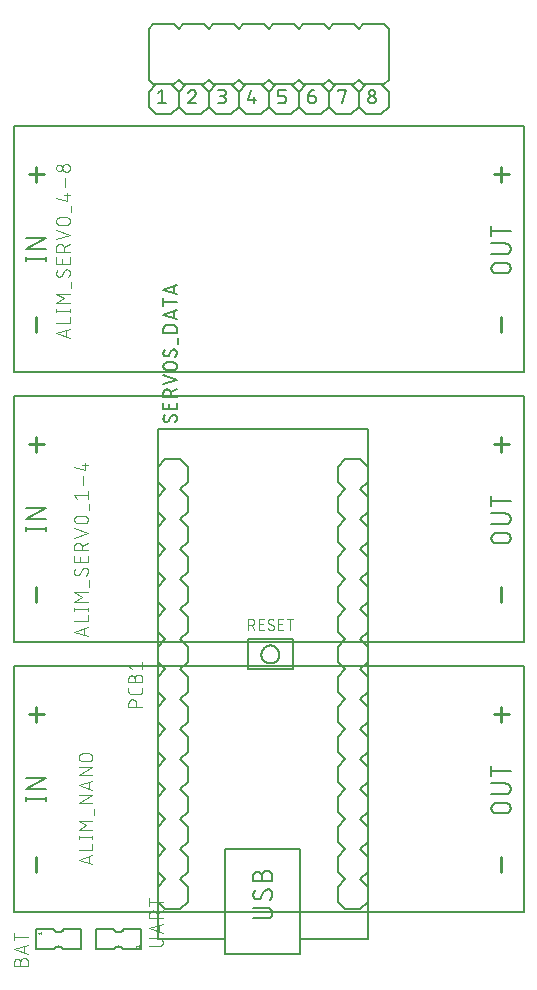
<source format=gbr>
G04 EAGLE Gerber X2 export*
%TF.Part,Single*%
%TF.FileFunction,Legend,Top,1*%
%TF.FilePolarity,Positive*%
%TF.GenerationSoftware,Autodesk,EAGLE,9.0.1*%
%TF.CreationDate,2018-07-05T12:19:16Z*%
G75*
%MOMM*%
%FSLAX34Y34*%
%LPD*%
%AMOC8*
5,1,8,0,0,1.08239X$1,22.5*%
G01*
%ADD10C,0.152400*%
%ADD11C,0.127000*%
%ADD12C,0.254000*%
%ADD13C,0.101600*%
%ADD14C,0.203200*%
%ADD15C,0.025400*%
%ADD16C,0.076200*%


D10*
X361950Y749300D02*
X374650Y749300D01*
X381000Y742950D01*
X381000Y730250D01*
X374650Y723900D01*
X336550Y749300D02*
X330200Y742950D01*
X336550Y749300D02*
X349250Y749300D01*
X355600Y742950D01*
X355600Y730250D01*
X349250Y723900D01*
X336550Y723900D01*
X330200Y730250D01*
X355600Y742950D02*
X361950Y749300D01*
X355600Y730250D02*
X361950Y723900D01*
X374650Y723900D01*
X298450Y749300D02*
X285750Y749300D01*
X298450Y749300D02*
X304800Y742950D01*
X304800Y730250D01*
X298450Y723900D01*
X304800Y742950D02*
X311150Y749300D01*
X323850Y749300D01*
X330200Y742950D01*
X330200Y730250D01*
X323850Y723900D01*
X311150Y723900D01*
X304800Y730250D01*
X260350Y749300D02*
X254000Y742950D01*
X260350Y749300D02*
X273050Y749300D01*
X279400Y742950D01*
X279400Y730250D01*
X273050Y723900D01*
X260350Y723900D01*
X254000Y730250D01*
X279400Y742950D02*
X285750Y749300D01*
X279400Y730250D02*
X285750Y723900D01*
X298450Y723900D01*
X222250Y749300D02*
X209550Y749300D01*
X222250Y749300D02*
X228600Y742950D01*
X228600Y730250D01*
X222250Y723900D01*
X228600Y742950D02*
X234950Y749300D01*
X247650Y749300D01*
X254000Y742950D01*
X254000Y730250D01*
X247650Y723900D01*
X234950Y723900D01*
X228600Y730250D01*
X203200Y730250D02*
X203200Y742950D01*
X209550Y749300D01*
X203200Y730250D02*
X209550Y723900D01*
X222250Y723900D01*
X387350Y749300D02*
X400050Y749300D01*
X406400Y742950D01*
X406400Y730250D01*
X400050Y723900D01*
X381000Y742950D02*
X387350Y749300D01*
X381000Y730250D02*
X387350Y723900D01*
X400050Y723900D01*
D11*
X224663Y469773D02*
X224763Y469771D01*
X224862Y469765D01*
X224962Y469755D01*
X225060Y469742D01*
X225159Y469724D01*
X225256Y469703D01*
X225352Y469678D01*
X225448Y469649D01*
X225542Y469616D01*
X225635Y469580D01*
X225726Y469540D01*
X225816Y469496D01*
X225904Y469449D01*
X225990Y469399D01*
X226074Y469345D01*
X226156Y469288D01*
X226235Y469228D01*
X226313Y469164D01*
X226387Y469098D01*
X226459Y469029D01*
X226528Y468957D01*
X226594Y468883D01*
X226658Y468805D01*
X226718Y468726D01*
X226775Y468644D01*
X226829Y468560D01*
X226879Y468474D01*
X226926Y468386D01*
X226970Y468296D01*
X227010Y468205D01*
X227046Y468112D01*
X227079Y468018D01*
X227108Y467922D01*
X227133Y467826D01*
X227154Y467729D01*
X227172Y467630D01*
X227185Y467532D01*
X227195Y467432D01*
X227201Y467333D01*
X227203Y467233D01*
X227201Y467092D01*
X227196Y466951D01*
X227186Y466810D01*
X227173Y466669D01*
X227157Y466529D01*
X227136Y466389D01*
X227112Y466250D01*
X227084Y466111D01*
X227053Y465974D01*
X227018Y465837D01*
X226980Y465701D01*
X226938Y465566D01*
X226892Y465433D01*
X226843Y465300D01*
X226790Y465169D01*
X226734Y465040D01*
X226675Y464911D01*
X226612Y464785D01*
X226546Y464660D01*
X226477Y464537D01*
X226404Y464416D01*
X226328Y464297D01*
X226249Y464179D01*
X226168Y464064D01*
X226083Y463952D01*
X225995Y463841D01*
X225904Y463733D01*
X225811Y463627D01*
X225714Y463524D01*
X225615Y463423D01*
X218313Y463741D02*
X218213Y463743D01*
X218114Y463749D01*
X218014Y463759D01*
X217916Y463772D01*
X217817Y463790D01*
X217720Y463811D01*
X217624Y463836D01*
X217528Y463865D01*
X217434Y463898D01*
X217341Y463934D01*
X217250Y463974D01*
X217160Y464018D01*
X217072Y464065D01*
X216986Y464115D01*
X216902Y464169D01*
X216820Y464226D01*
X216741Y464286D01*
X216663Y464350D01*
X216589Y464416D01*
X216517Y464485D01*
X216448Y464557D01*
X216382Y464631D01*
X216318Y464709D01*
X216258Y464788D01*
X216201Y464870D01*
X216147Y464954D01*
X216097Y465040D01*
X216050Y465128D01*
X216006Y465218D01*
X215966Y465309D01*
X215930Y465402D01*
X215897Y465496D01*
X215868Y465592D01*
X215843Y465688D01*
X215822Y465785D01*
X215804Y465884D01*
X215791Y465982D01*
X215781Y466082D01*
X215775Y466181D01*
X215773Y466281D01*
X215775Y466414D01*
X215780Y466547D01*
X215790Y466680D01*
X215803Y466813D01*
X215820Y466945D01*
X215840Y467077D01*
X215864Y467208D01*
X215892Y467338D01*
X215923Y467468D01*
X215958Y467596D01*
X215997Y467724D01*
X216039Y467850D01*
X216085Y467975D01*
X216134Y468099D01*
X216186Y468222D01*
X216242Y468343D01*
X216302Y468462D01*
X216364Y468580D01*
X216430Y468695D01*
X216499Y468809D01*
X216572Y468921D01*
X216647Y469031D01*
X216726Y469139D01*
X220536Y465010D02*
X220484Y464926D01*
X220429Y464843D01*
X220370Y464763D01*
X220309Y464685D01*
X220245Y464610D01*
X220177Y464537D01*
X220107Y464466D01*
X220035Y464399D01*
X219960Y464334D01*
X219882Y464272D01*
X219802Y464213D01*
X219720Y464157D01*
X219636Y464105D01*
X219550Y464056D01*
X219462Y464010D01*
X219372Y463967D01*
X219281Y463928D01*
X219188Y463893D01*
X219094Y463861D01*
X218999Y463833D01*
X218903Y463808D01*
X218806Y463788D01*
X218708Y463770D01*
X218610Y463757D01*
X218511Y463748D01*
X218412Y463742D01*
X218313Y463740D01*
X222440Y468503D02*
X222492Y468587D01*
X222547Y468670D01*
X222606Y468750D01*
X222667Y468828D01*
X222731Y468903D01*
X222799Y468976D01*
X222869Y469047D01*
X222941Y469114D01*
X223016Y469179D01*
X223094Y469241D01*
X223174Y469300D01*
X223256Y469356D01*
X223340Y469408D01*
X223426Y469457D01*
X223514Y469503D01*
X223604Y469546D01*
X223695Y469585D01*
X223788Y469620D01*
X223882Y469652D01*
X223977Y469680D01*
X224073Y469705D01*
X224170Y469725D01*
X224268Y469743D01*
X224366Y469756D01*
X224465Y469765D01*
X224564Y469771D01*
X224663Y469773D01*
X222441Y468503D02*
X220536Y465011D01*
X227203Y474878D02*
X227203Y479958D01*
X227203Y474878D02*
X215773Y474878D01*
X215773Y479958D01*
X220853Y478688D02*
X220853Y474878D01*
X215773Y484842D02*
X227203Y484842D01*
X215773Y484842D02*
X215773Y488017D01*
X215775Y488128D01*
X215781Y488238D01*
X215790Y488349D01*
X215804Y488459D01*
X215821Y488568D01*
X215842Y488677D01*
X215867Y488785D01*
X215896Y488892D01*
X215928Y488998D01*
X215964Y489103D01*
X216004Y489206D01*
X216047Y489308D01*
X216094Y489409D01*
X216145Y489508D01*
X216198Y489605D01*
X216255Y489699D01*
X216316Y489792D01*
X216379Y489883D01*
X216446Y489972D01*
X216516Y490058D01*
X216589Y490141D01*
X216664Y490223D01*
X216742Y490301D01*
X216824Y490376D01*
X216907Y490449D01*
X216993Y490519D01*
X217082Y490586D01*
X217173Y490649D01*
X217266Y490710D01*
X217361Y490767D01*
X217457Y490820D01*
X217556Y490871D01*
X217657Y490918D01*
X217759Y490961D01*
X217862Y491001D01*
X217967Y491037D01*
X218073Y491069D01*
X218180Y491098D01*
X218288Y491123D01*
X218397Y491144D01*
X218506Y491161D01*
X218616Y491175D01*
X218727Y491184D01*
X218837Y491190D01*
X218948Y491192D01*
X219059Y491190D01*
X219169Y491184D01*
X219280Y491175D01*
X219390Y491161D01*
X219499Y491144D01*
X219608Y491123D01*
X219716Y491098D01*
X219823Y491069D01*
X219929Y491037D01*
X220034Y491001D01*
X220137Y490961D01*
X220239Y490918D01*
X220340Y490871D01*
X220439Y490820D01*
X220536Y490767D01*
X220630Y490710D01*
X220723Y490649D01*
X220814Y490586D01*
X220903Y490519D01*
X220989Y490449D01*
X221072Y490376D01*
X221154Y490301D01*
X221232Y490223D01*
X221307Y490141D01*
X221380Y490058D01*
X221450Y489972D01*
X221517Y489883D01*
X221580Y489792D01*
X221641Y489699D01*
X221698Y489605D01*
X221751Y489508D01*
X221802Y489409D01*
X221849Y489308D01*
X221892Y489206D01*
X221932Y489103D01*
X221968Y488998D01*
X222000Y488892D01*
X222029Y488785D01*
X222054Y488677D01*
X222075Y488568D01*
X222092Y488459D01*
X222106Y488349D01*
X222115Y488238D01*
X222121Y488128D01*
X222123Y488017D01*
X222123Y484842D01*
X222123Y488652D02*
X227203Y491192D01*
X227203Y499364D02*
X215773Y495554D01*
X215773Y503174D02*
X227203Y499364D01*
X224028Y507619D02*
X218948Y507619D01*
X218837Y507621D01*
X218727Y507627D01*
X218616Y507636D01*
X218506Y507650D01*
X218397Y507667D01*
X218288Y507688D01*
X218180Y507713D01*
X218073Y507742D01*
X217967Y507774D01*
X217862Y507810D01*
X217759Y507850D01*
X217657Y507893D01*
X217556Y507940D01*
X217457Y507991D01*
X217361Y508044D01*
X217266Y508101D01*
X217173Y508162D01*
X217082Y508225D01*
X216993Y508292D01*
X216907Y508362D01*
X216824Y508435D01*
X216742Y508510D01*
X216664Y508588D01*
X216589Y508670D01*
X216516Y508753D01*
X216446Y508839D01*
X216379Y508928D01*
X216316Y509019D01*
X216255Y509112D01*
X216198Y509207D01*
X216145Y509303D01*
X216094Y509402D01*
X216047Y509503D01*
X216004Y509605D01*
X215964Y509708D01*
X215928Y509813D01*
X215896Y509919D01*
X215867Y510026D01*
X215842Y510134D01*
X215821Y510243D01*
X215804Y510352D01*
X215790Y510462D01*
X215781Y510573D01*
X215775Y510683D01*
X215773Y510794D01*
X215775Y510905D01*
X215781Y511015D01*
X215790Y511126D01*
X215804Y511236D01*
X215821Y511345D01*
X215842Y511454D01*
X215867Y511562D01*
X215896Y511669D01*
X215928Y511775D01*
X215964Y511880D01*
X216004Y511983D01*
X216047Y512085D01*
X216094Y512186D01*
X216145Y512285D01*
X216198Y512382D01*
X216255Y512476D01*
X216316Y512569D01*
X216379Y512660D01*
X216446Y512749D01*
X216516Y512835D01*
X216589Y512918D01*
X216664Y513000D01*
X216742Y513078D01*
X216824Y513153D01*
X216907Y513226D01*
X216993Y513296D01*
X217082Y513363D01*
X217173Y513426D01*
X217266Y513487D01*
X217361Y513544D01*
X217457Y513597D01*
X217556Y513648D01*
X217657Y513695D01*
X217759Y513738D01*
X217862Y513778D01*
X217967Y513814D01*
X218073Y513846D01*
X218180Y513875D01*
X218288Y513900D01*
X218397Y513921D01*
X218506Y513938D01*
X218616Y513952D01*
X218727Y513961D01*
X218837Y513967D01*
X218948Y513969D01*
X224028Y513969D01*
X224139Y513967D01*
X224249Y513961D01*
X224360Y513952D01*
X224470Y513938D01*
X224579Y513921D01*
X224688Y513900D01*
X224796Y513875D01*
X224903Y513846D01*
X225009Y513814D01*
X225114Y513778D01*
X225217Y513738D01*
X225319Y513695D01*
X225420Y513648D01*
X225519Y513597D01*
X225616Y513544D01*
X225710Y513487D01*
X225803Y513426D01*
X225894Y513363D01*
X225983Y513296D01*
X226069Y513226D01*
X226152Y513153D01*
X226234Y513078D01*
X226312Y513000D01*
X226387Y512918D01*
X226460Y512835D01*
X226530Y512749D01*
X226597Y512660D01*
X226660Y512569D01*
X226721Y512476D01*
X226778Y512381D01*
X226831Y512285D01*
X226882Y512186D01*
X226929Y512085D01*
X226972Y511983D01*
X227012Y511880D01*
X227048Y511775D01*
X227080Y511669D01*
X227109Y511562D01*
X227134Y511454D01*
X227155Y511345D01*
X227172Y511236D01*
X227186Y511126D01*
X227195Y511015D01*
X227201Y510905D01*
X227203Y510794D01*
X227201Y510683D01*
X227195Y510573D01*
X227186Y510462D01*
X227172Y510352D01*
X227155Y510243D01*
X227134Y510134D01*
X227109Y510026D01*
X227080Y509919D01*
X227048Y509813D01*
X227012Y509708D01*
X226972Y509605D01*
X226929Y509503D01*
X226882Y509402D01*
X226831Y509303D01*
X226778Y509206D01*
X226721Y509112D01*
X226660Y509019D01*
X226597Y508928D01*
X226530Y508839D01*
X226460Y508753D01*
X226387Y508670D01*
X226312Y508588D01*
X226234Y508510D01*
X226152Y508435D01*
X226069Y508362D01*
X225983Y508292D01*
X225894Y508225D01*
X225803Y508162D01*
X225710Y508101D01*
X225615Y508044D01*
X225519Y507991D01*
X225420Y507940D01*
X225319Y507893D01*
X225217Y507850D01*
X225114Y507810D01*
X225009Y507774D01*
X224903Y507742D01*
X224796Y507713D01*
X224688Y507688D01*
X224579Y507667D01*
X224470Y507650D01*
X224360Y507636D01*
X224249Y507627D01*
X224139Y507621D01*
X224028Y507619D01*
X227203Y522478D02*
X227201Y522578D01*
X227195Y522677D01*
X227185Y522777D01*
X227172Y522875D01*
X227154Y522974D01*
X227133Y523071D01*
X227108Y523167D01*
X227079Y523263D01*
X227046Y523357D01*
X227010Y523450D01*
X226970Y523541D01*
X226926Y523631D01*
X226879Y523719D01*
X226829Y523805D01*
X226775Y523889D01*
X226718Y523971D01*
X226658Y524050D01*
X226594Y524128D01*
X226528Y524202D01*
X226459Y524274D01*
X226387Y524343D01*
X226313Y524409D01*
X226235Y524473D01*
X226156Y524533D01*
X226074Y524590D01*
X225990Y524644D01*
X225904Y524694D01*
X225816Y524741D01*
X225726Y524785D01*
X225635Y524825D01*
X225542Y524861D01*
X225448Y524894D01*
X225352Y524923D01*
X225256Y524948D01*
X225159Y524969D01*
X225060Y524987D01*
X224962Y525000D01*
X224862Y525010D01*
X224763Y525016D01*
X224663Y525018D01*
X227203Y522478D02*
X227201Y522337D01*
X227196Y522196D01*
X227186Y522055D01*
X227173Y521914D01*
X227157Y521774D01*
X227136Y521634D01*
X227112Y521495D01*
X227084Y521356D01*
X227053Y521219D01*
X227018Y521082D01*
X226980Y520946D01*
X226938Y520811D01*
X226892Y520678D01*
X226843Y520545D01*
X226790Y520414D01*
X226734Y520285D01*
X226675Y520156D01*
X226612Y520030D01*
X226546Y519905D01*
X226477Y519782D01*
X226404Y519661D01*
X226328Y519542D01*
X226249Y519424D01*
X226168Y519309D01*
X226083Y519197D01*
X225995Y519086D01*
X225904Y518978D01*
X225811Y518872D01*
X225714Y518769D01*
X225615Y518668D01*
X218313Y518985D02*
X218213Y518987D01*
X218114Y518993D01*
X218014Y519003D01*
X217916Y519016D01*
X217817Y519034D01*
X217720Y519055D01*
X217624Y519080D01*
X217528Y519109D01*
X217434Y519142D01*
X217341Y519178D01*
X217250Y519218D01*
X217160Y519262D01*
X217072Y519309D01*
X216986Y519359D01*
X216902Y519413D01*
X216820Y519470D01*
X216741Y519530D01*
X216663Y519594D01*
X216589Y519660D01*
X216517Y519729D01*
X216448Y519801D01*
X216382Y519875D01*
X216318Y519953D01*
X216258Y520032D01*
X216201Y520114D01*
X216147Y520198D01*
X216097Y520284D01*
X216050Y520372D01*
X216006Y520462D01*
X215966Y520553D01*
X215930Y520646D01*
X215897Y520740D01*
X215868Y520836D01*
X215843Y520932D01*
X215822Y521029D01*
X215804Y521128D01*
X215791Y521226D01*
X215781Y521326D01*
X215775Y521425D01*
X215773Y521525D01*
X215775Y521658D01*
X215780Y521791D01*
X215790Y521924D01*
X215803Y522057D01*
X215820Y522189D01*
X215840Y522321D01*
X215864Y522452D01*
X215892Y522582D01*
X215923Y522712D01*
X215958Y522840D01*
X215997Y522968D01*
X216039Y523094D01*
X216085Y523219D01*
X216134Y523343D01*
X216186Y523466D01*
X216242Y523587D01*
X216302Y523706D01*
X216364Y523824D01*
X216430Y523939D01*
X216499Y524053D01*
X216572Y524165D01*
X216647Y524275D01*
X216726Y524383D01*
X220536Y520255D02*
X220484Y520171D01*
X220429Y520088D01*
X220370Y520008D01*
X220309Y519930D01*
X220245Y519855D01*
X220177Y519782D01*
X220107Y519711D01*
X220035Y519644D01*
X219960Y519579D01*
X219882Y519517D01*
X219802Y519458D01*
X219720Y519402D01*
X219636Y519350D01*
X219550Y519301D01*
X219462Y519255D01*
X219372Y519212D01*
X219281Y519173D01*
X219188Y519138D01*
X219094Y519106D01*
X218999Y519078D01*
X218903Y519053D01*
X218806Y519033D01*
X218708Y519015D01*
X218610Y519002D01*
X218511Y518993D01*
X218412Y518987D01*
X218313Y518985D01*
X222440Y523748D02*
X222492Y523832D01*
X222547Y523915D01*
X222606Y523995D01*
X222667Y524073D01*
X222731Y524148D01*
X222799Y524221D01*
X222869Y524292D01*
X222941Y524359D01*
X223016Y524424D01*
X223094Y524486D01*
X223174Y524545D01*
X223256Y524601D01*
X223340Y524653D01*
X223426Y524702D01*
X223514Y524748D01*
X223604Y524791D01*
X223695Y524830D01*
X223788Y524865D01*
X223882Y524897D01*
X223977Y524925D01*
X224073Y524950D01*
X224170Y524970D01*
X224268Y524988D01*
X224366Y525001D01*
X224465Y525010D01*
X224564Y525016D01*
X224663Y525018D01*
X222441Y523748D02*
X220536Y520255D01*
X228473Y529209D02*
X228473Y534289D01*
X227203Y539242D02*
X215773Y539242D01*
X215773Y542417D01*
X215775Y542528D01*
X215781Y542638D01*
X215790Y542749D01*
X215804Y542859D01*
X215821Y542968D01*
X215842Y543077D01*
X215867Y543185D01*
X215896Y543292D01*
X215928Y543398D01*
X215964Y543503D01*
X216004Y543606D01*
X216047Y543708D01*
X216094Y543809D01*
X216145Y543908D01*
X216198Y544005D01*
X216255Y544099D01*
X216316Y544192D01*
X216379Y544283D01*
X216446Y544372D01*
X216516Y544458D01*
X216589Y544541D01*
X216664Y544623D01*
X216742Y544701D01*
X216824Y544776D01*
X216907Y544849D01*
X216993Y544919D01*
X217082Y544986D01*
X217173Y545049D01*
X217266Y545110D01*
X217361Y545167D01*
X217457Y545220D01*
X217556Y545271D01*
X217657Y545318D01*
X217759Y545361D01*
X217862Y545401D01*
X217967Y545437D01*
X218073Y545469D01*
X218180Y545498D01*
X218288Y545523D01*
X218397Y545544D01*
X218506Y545561D01*
X218616Y545575D01*
X218727Y545584D01*
X218837Y545590D01*
X218948Y545592D01*
X224028Y545592D01*
X224139Y545590D01*
X224249Y545584D01*
X224360Y545575D01*
X224470Y545561D01*
X224579Y545544D01*
X224688Y545523D01*
X224796Y545498D01*
X224903Y545469D01*
X225009Y545437D01*
X225114Y545401D01*
X225217Y545361D01*
X225319Y545318D01*
X225420Y545271D01*
X225519Y545220D01*
X225616Y545167D01*
X225710Y545110D01*
X225803Y545049D01*
X225894Y544986D01*
X225983Y544919D01*
X226069Y544849D01*
X226152Y544776D01*
X226234Y544701D01*
X226312Y544623D01*
X226387Y544541D01*
X226460Y544458D01*
X226530Y544372D01*
X226597Y544283D01*
X226660Y544192D01*
X226721Y544099D01*
X226778Y544005D01*
X226831Y543908D01*
X226882Y543809D01*
X226929Y543708D01*
X226972Y543606D01*
X227012Y543503D01*
X227048Y543398D01*
X227080Y543292D01*
X227109Y543185D01*
X227134Y543077D01*
X227155Y542968D01*
X227172Y542859D01*
X227186Y542749D01*
X227195Y542638D01*
X227201Y542528D01*
X227203Y542417D01*
X227203Y539242D01*
X227203Y550418D02*
X215773Y554228D01*
X227203Y558038D01*
X224346Y557085D02*
X224346Y551370D01*
X227203Y564896D02*
X215773Y564896D01*
X215773Y561721D02*
X215773Y568071D01*
X215773Y575564D02*
X227203Y571754D01*
X227203Y579374D02*
X215773Y575564D01*
X224346Y578421D02*
X224346Y572706D01*
X88900Y256540D02*
X520700Y256540D01*
X520700Y48260D01*
X88900Y48260D01*
X88900Y256540D01*
D10*
X99822Y144532D02*
X116078Y144532D01*
X116078Y142726D02*
X116078Y146339D01*
X99822Y146339D02*
X99822Y142726D01*
X99822Y153043D02*
X116078Y153043D01*
X116078Y162074D02*
X99822Y153043D01*
X99822Y162074D02*
X116078Y162074D01*
X498038Y132253D02*
X505262Y132253D01*
X498038Y132253D02*
X497905Y132255D01*
X497773Y132261D01*
X497641Y132271D01*
X497509Y132284D01*
X497377Y132302D01*
X497247Y132323D01*
X497116Y132348D01*
X496987Y132377D01*
X496859Y132410D01*
X496731Y132446D01*
X496605Y132486D01*
X496480Y132530D01*
X496356Y132578D01*
X496234Y132629D01*
X496113Y132684D01*
X495994Y132742D01*
X495876Y132804D01*
X495761Y132869D01*
X495647Y132938D01*
X495536Y133009D01*
X495427Y133085D01*
X495320Y133163D01*
X495215Y133244D01*
X495113Y133329D01*
X495013Y133416D01*
X494916Y133506D01*
X494821Y133599D01*
X494730Y133695D01*
X494641Y133793D01*
X494555Y133894D01*
X494472Y133998D01*
X494392Y134104D01*
X494316Y134212D01*
X494242Y134322D01*
X494172Y134435D01*
X494105Y134549D01*
X494042Y134666D01*
X493982Y134784D01*
X493925Y134904D01*
X493872Y135026D01*
X493823Y135149D01*
X493777Y135273D01*
X493735Y135399D01*
X493697Y135526D01*
X493662Y135654D01*
X493631Y135783D01*
X493604Y135912D01*
X493581Y136043D01*
X493561Y136174D01*
X493546Y136306D01*
X493534Y136438D01*
X493526Y136570D01*
X493522Y136703D01*
X493522Y136835D01*
X493526Y136968D01*
X493534Y137100D01*
X493546Y137232D01*
X493561Y137364D01*
X493581Y137495D01*
X493604Y137626D01*
X493631Y137755D01*
X493662Y137884D01*
X493697Y138012D01*
X493735Y138139D01*
X493777Y138265D01*
X493823Y138389D01*
X493872Y138512D01*
X493925Y138634D01*
X493982Y138754D01*
X494042Y138872D01*
X494105Y138989D01*
X494172Y139103D01*
X494242Y139216D01*
X494316Y139326D01*
X494392Y139434D01*
X494472Y139540D01*
X494555Y139644D01*
X494641Y139745D01*
X494730Y139843D01*
X494821Y139939D01*
X494916Y140032D01*
X495013Y140122D01*
X495113Y140209D01*
X495215Y140294D01*
X495320Y140375D01*
X495427Y140453D01*
X495536Y140529D01*
X495647Y140600D01*
X495761Y140669D01*
X495876Y140734D01*
X495994Y140796D01*
X496113Y140854D01*
X496234Y140909D01*
X496356Y140960D01*
X496480Y141008D01*
X496605Y141052D01*
X496731Y141092D01*
X496859Y141128D01*
X496987Y141161D01*
X497116Y141190D01*
X497247Y141215D01*
X497377Y141236D01*
X497509Y141254D01*
X497641Y141267D01*
X497773Y141277D01*
X497905Y141283D01*
X498038Y141285D01*
X498038Y141284D02*
X505262Y141284D01*
X505262Y141285D02*
X505395Y141283D01*
X505527Y141277D01*
X505659Y141267D01*
X505791Y141254D01*
X505923Y141236D01*
X506053Y141215D01*
X506184Y141190D01*
X506313Y141161D01*
X506441Y141128D01*
X506569Y141092D01*
X506695Y141052D01*
X506820Y141008D01*
X506944Y140960D01*
X507066Y140909D01*
X507187Y140854D01*
X507306Y140796D01*
X507424Y140734D01*
X507539Y140669D01*
X507653Y140600D01*
X507764Y140529D01*
X507873Y140453D01*
X507980Y140375D01*
X508085Y140294D01*
X508187Y140209D01*
X508287Y140122D01*
X508384Y140032D01*
X508479Y139939D01*
X508570Y139843D01*
X508659Y139745D01*
X508745Y139644D01*
X508828Y139540D01*
X508908Y139434D01*
X508984Y139326D01*
X509058Y139216D01*
X509128Y139103D01*
X509195Y138989D01*
X509258Y138872D01*
X509318Y138754D01*
X509375Y138634D01*
X509428Y138512D01*
X509477Y138389D01*
X509523Y138265D01*
X509565Y138139D01*
X509603Y138012D01*
X509638Y137884D01*
X509669Y137755D01*
X509696Y137626D01*
X509719Y137495D01*
X509739Y137364D01*
X509754Y137232D01*
X509766Y137100D01*
X509774Y136968D01*
X509778Y136835D01*
X509778Y136703D01*
X509774Y136570D01*
X509766Y136438D01*
X509754Y136306D01*
X509739Y136174D01*
X509719Y136043D01*
X509696Y135912D01*
X509669Y135783D01*
X509638Y135654D01*
X509603Y135526D01*
X509565Y135399D01*
X509523Y135273D01*
X509477Y135149D01*
X509428Y135026D01*
X509375Y134904D01*
X509318Y134784D01*
X509258Y134666D01*
X509195Y134549D01*
X509128Y134435D01*
X509058Y134322D01*
X508984Y134212D01*
X508908Y134104D01*
X508828Y133998D01*
X508745Y133894D01*
X508659Y133793D01*
X508570Y133695D01*
X508479Y133599D01*
X508384Y133506D01*
X508287Y133416D01*
X508187Y133329D01*
X508085Y133244D01*
X507980Y133163D01*
X507873Y133085D01*
X507764Y133009D01*
X507653Y132938D01*
X507539Y132869D01*
X507424Y132804D01*
X507306Y132742D01*
X507187Y132684D01*
X507066Y132629D01*
X506944Y132578D01*
X506820Y132530D01*
X506695Y132486D01*
X506569Y132446D01*
X506441Y132410D01*
X506313Y132377D01*
X506184Y132348D01*
X506053Y132323D01*
X505923Y132302D01*
X505791Y132284D01*
X505659Y132271D01*
X505527Y132261D01*
X505395Y132255D01*
X505262Y132253D01*
X505262Y148406D02*
X493522Y148406D01*
X505262Y148405D02*
X505395Y148407D01*
X505527Y148413D01*
X505659Y148423D01*
X505791Y148436D01*
X505923Y148454D01*
X506053Y148475D01*
X506184Y148500D01*
X506313Y148529D01*
X506441Y148562D01*
X506569Y148598D01*
X506695Y148638D01*
X506820Y148682D01*
X506944Y148730D01*
X507066Y148781D01*
X507187Y148836D01*
X507306Y148894D01*
X507424Y148956D01*
X507539Y149021D01*
X507653Y149090D01*
X507764Y149161D01*
X507873Y149237D01*
X507980Y149315D01*
X508085Y149396D01*
X508187Y149481D01*
X508287Y149568D01*
X508384Y149658D01*
X508479Y149751D01*
X508570Y149847D01*
X508659Y149945D01*
X508745Y150046D01*
X508828Y150150D01*
X508908Y150256D01*
X508984Y150364D01*
X509058Y150474D01*
X509128Y150587D01*
X509195Y150701D01*
X509258Y150818D01*
X509318Y150936D01*
X509375Y151056D01*
X509428Y151178D01*
X509477Y151301D01*
X509523Y151425D01*
X509565Y151551D01*
X509603Y151678D01*
X509638Y151806D01*
X509669Y151935D01*
X509696Y152064D01*
X509719Y152195D01*
X509739Y152326D01*
X509754Y152458D01*
X509766Y152590D01*
X509774Y152722D01*
X509778Y152855D01*
X509778Y152987D01*
X509774Y153120D01*
X509766Y153252D01*
X509754Y153384D01*
X509739Y153516D01*
X509719Y153647D01*
X509696Y153778D01*
X509669Y153907D01*
X509638Y154036D01*
X509603Y154164D01*
X509565Y154291D01*
X509523Y154417D01*
X509477Y154541D01*
X509428Y154664D01*
X509375Y154786D01*
X509318Y154906D01*
X509258Y155024D01*
X509195Y155141D01*
X509128Y155255D01*
X509058Y155368D01*
X508984Y155478D01*
X508908Y155586D01*
X508828Y155692D01*
X508745Y155796D01*
X508659Y155897D01*
X508570Y155995D01*
X508479Y156091D01*
X508384Y156184D01*
X508287Y156274D01*
X508187Y156361D01*
X508085Y156446D01*
X507980Y156527D01*
X507873Y156605D01*
X507764Y156681D01*
X507653Y156752D01*
X507539Y156821D01*
X507424Y156886D01*
X507306Y156948D01*
X507187Y157006D01*
X507066Y157061D01*
X506944Y157112D01*
X506820Y157160D01*
X506695Y157204D01*
X506569Y157244D01*
X506441Y157280D01*
X506313Y157313D01*
X506184Y157342D01*
X506053Y157367D01*
X505923Y157388D01*
X505791Y157406D01*
X505659Y157419D01*
X505527Y157429D01*
X505395Y157435D01*
X505262Y157437D01*
X493522Y157437D01*
X493522Y168031D02*
X509778Y168031D01*
X493522Y163516D02*
X493522Y172547D01*
D12*
X501650Y209550D02*
X501650Y222250D01*
X495300Y215900D02*
X508000Y215900D01*
X107950Y95250D02*
X107950Y82550D01*
X501650Y82550D02*
X501650Y95250D01*
X107950Y209550D02*
X107950Y222250D01*
X101600Y215900D02*
X114300Y215900D01*
D13*
X144018Y92781D02*
X155702Y88886D01*
X155702Y96675D02*
X144018Y92781D01*
X152781Y95702D02*
X152781Y89860D01*
X155702Y101369D02*
X144018Y101369D01*
X155702Y101369D02*
X155702Y106562D01*
X155702Y111831D02*
X144018Y111831D01*
X155702Y110532D02*
X155702Y113129D01*
X144018Y113129D02*
X144018Y110532D01*
X144018Y118223D02*
X155702Y118223D01*
X150509Y122118D02*
X144018Y118223D01*
X150509Y122118D02*
X144018Y126012D01*
X155702Y126012D01*
X157000Y130951D02*
X157000Y136144D01*
X155702Y140970D02*
X144018Y140970D01*
X155702Y147461D01*
X144018Y147461D01*
X144018Y156027D02*
X155702Y152132D01*
X155702Y159921D02*
X144018Y156027D01*
X152781Y158948D02*
X152781Y153106D01*
X155702Y164592D02*
X144018Y164592D01*
X155702Y171083D01*
X144018Y171083D01*
X147264Y176403D02*
X152456Y176403D01*
X147264Y176403D02*
X147151Y176405D01*
X147038Y176411D01*
X146925Y176421D01*
X146812Y176435D01*
X146700Y176452D01*
X146589Y176474D01*
X146479Y176499D01*
X146369Y176529D01*
X146261Y176562D01*
X146154Y176599D01*
X146048Y176639D01*
X145944Y176684D01*
X145841Y176732D01*
X145740Y176783D01*
X145641Y176838D01*
X145544Y176896D01*
X145449Y176958D01*
X145356Y177023D01*
X145266Y177091D01*
X145178Y177162D01*
X145092Y177237D01*
X145009Y177314D01*
X144929Y177394D01*
X144852Y177477D01*
X144777Y177563D01*
X144706Y177651D01*
X144638Y177741D01*
X144573Y177834D01*
X144511Y177929D01*
X144453Y178026D01*
X144398Y178125D01*
X144347Y178226D01*
X144299Y178329D01*
X144254Y178433D01*
X144214Y178539D01*
X144177Y178646D01*
X144144Y178754D01*
X144114Y178864D01*
X144089Y178974D01*
X144067Y179085D01*
X144050Y179197D01*
X144036Y179310D01*
X144026Y179423D01*
X144020Y179536D01*
X144018Y179649D01*
X144020Y179762D01*
X144026Y179875D01*
X144036Y179988D01*
X144050Y180101D01*
X144067Y180213D01*
X144089Y180324D01*
X144114Y180434D01*
X144144Y180544D01*
X144177Y180652D01*
X144214Y180759D01*
X144254Y180865D01*
X144299Y180969D01*
X144347Y181072D01*
X144398Y181173D01*
X144453Y181272D01*
X144511Y181369D01*
X144573Y181464D01*
X144638Y181557D01*
X144706Y181647D01*
X144777Y181735D01*
X144852Y181821D01*
X144929Y181904D01*
X145009Y181984D01*
X145092Y182061D01*
X145178Y182136D01*
X145266Y182207D01*
X145356Y182275D01*
X145449Y182340D01*
X145544Y182402D01*
X145641Y182460D01*
X145740Y182515D01*
X145841Y182566D01*
X145944Y182614D01*
X146048Y182659D01*
X146154Y182699D01*
X146261Y182736D01*
X146369Y182769D01*
X146479Y182799D01*
X146589Y182824D01*
X146700Y182846D01*
X146812Y182863D01*
X146925Y182877D01*
X147038Y182887D01*
X147151Y182893D01*
X147264Y182895D01*
X147264Y182894D02*
X152456Y182894D01*
X152456Y182895D02*
X152569Y182893D01*
X152682Y182887D01*
X152795Y182877D01*
X152908Y182863D01*
X153020Y182846D01*
X153131Y182824D01*
X153241Y182799D01*
X153351Y182769D01*
X153459Y182736D01*
X153566Y182699D01*
X153672Y182659D01*
X153776Y182614D01*
X153879Y182566D01*
X153980Y182515D01*
X154079Y182460D01*
X154176Y182402D01*
X154271Y182340D01*
X154364Y182275D01*
X154454Y182207D01*
X154542Y182136D01*
X154628Y182061D01*
X154711Y181984D01*
X154791Y181904D01*
X154868Y181821D01*
X154943Y181735D01*
X155014Y181647D01*
X155082Y181557D01*
X155147Y181464D01*
X155209Y181369D01*
X155267Y181272D01*
X155322Y181173D01*
X155373Y181072D01*
X155421Y180969D01*
X155466Y180865D01*
X155506Y180759D01*
X155543Y180652D01*
X155576Y180544D01*
X155606Y180434D01*
X155631Y180324D01*
X155653Y180213D01*
X155670Y180101D01*
X155684Y179988D01*
X155694Y179875D01*
X155700Y179762D01*
X155702Y179649D01*
X155700Y179536D01*
X155694Y179423D01*
X155684Y179310D01*
X155670Y179197D01*
X155653Y179085D01*
X155631Y178974D01*
X155606Y178864D01*
X155576Y178754D01*
X155543Y178646D01*
X155506Y178539D01*
X155466Y178433D01*
X155421Y178329D01*
X155373Y178226D01*
X155322Y178125D01*
X155267Y178026D01*
X155209Y177929D01*
X155147Y177834D01*
X155082Y177741D01*
X155014Y177651D01*
X154943Y177563D01*
X154868Y177477D01*
X154791Y177394D01*
X154711Y177314D01*
X154628Y177237D01*
X154542Y177162D01*
X154454Y177091D01*
X154364Y177023D01*
X154271Y176958D01*
X154176Y176896D01*
X154079Y176838D01*
X153980Y176783D01*
X153879Y176732D01*
X153776Y176684D01*
X153672Y176639D01*
X153566Y176599D01*
X153459Y176562D01*
X153351Y176529D01*
X153241Y176499D01*
X153131Y176474D01*
X153020Y176452D01*
X152908Y176435D01*
X152795Y176421D01*
X152682Y176411D01*
X152569Y176405D01*
X152456Y176403D01*
D11*
X88900Y485140D02*
X520700Y485140D01*
X520700Y276860D01*
X88900Y276860D01*
X88900Y485140D01*
D10*
X99822Y373132D02*
X116078Y373132D01*
X116078Y371326D02*
X116078Y374939D01*
X99822Y374939D02*
X99822Y371326D01*
X99822Y381643D02*
X116078Y381643D01*
X116078Y390674D02*
X99822Y381643D01*
X99822Y390674D02*
X116078Y390674D01*
X498038Y360853D02*
X505262Y360853D01*
X498038Y360853D02*
X497905Y360855D01*
X497773Y360861D01*
X497641Y360871D01*
X497509Y360884D01*
X497377Y360902D01*
X497247Y360923D01*
X497116Y360948D01*
X496987Y360977D01*
X496859Y361010D01*
X496731Y361046D01*
X496605Y361086D01*
X496480Y361130D01*
X496356Y361178D01*
X496234Y361229D01*
X496113Y361284D01*
X495994Y361342D01*
X495876Y361404D01*
X495761Y361469D01*
X495647Y361538D01*
X495536Y361609D01*
X495427Y361685D01*
X495320Y361763D01*
X495215Y361844D01*
X495113Y361929D01*
X495013Y362016D01*
X494916Y362106D01*
X494821Y362199D01*
X494730Y362295D01*
X494641Y362393D01*
X494555Y362494D01*
X494472Y362598D01*
X494392Y362704D01*
X494316Y362812D01*
X494242Y362922D01*
X494172Y363035D01*
X494105Y363149D01*
X494042Y363266D01*
X493982Y363384D01*
X493925Y363504D01*
X493872Y363626D01*
X493823Y363749D01*
X493777Y363873D01*
X493735Y363999D01*
X493697Y364126D01*
X493662Y364254D01*
X493631Y364383D01*
X493604Y364512D01*
X493581Y364643D01*
X493561Y364774D01*
X493546Y364906D01*
X493534Y365038D01*
X493526Y365170D01*
X493522Y365303D01*
X493522Y365435D01*
X493526Y365568D01*
X493534Y365700D01*
X493546Y365832D01*
X493561Y365964D01*
X493581Y366095D01*
X493604Y366226D01*
X493631Y366355D01*
X493662Y366484D01*
X493697Y366612D01*
X493735Y366739D01*
X493777Y366865D01*
X493823Y366989D01*
X493872Y367112D01*
X493925Y367234D01*
X493982Y367354D01*
X494042Y367472D01*
X494105Y367589D01*
X494172Y367703D01*
X494242Y367816D01*
X494316Y367926D01*
X494392Y368034D01*
X494472Y368140D01*
X494555Y368244D01*
X494641Y368345D01*
X494730Y368443D01*
X494821Y368539D01*
X494916Y368632D01*
X495013Y368722D01*
X495113Y368809D01*
X495215Y368894D01*
X495320Y368975D01*
X495427Y369053D01*
X495536Y369129D01*
X495647Y369200D01*
X495761Y369269D01*
X495876Y369334D01*
X495994Y369396D01*
X496113Y369454D01*
X496234Y369509D01*
X496356Y369560D01*
X496480Y369608D01*
X496605Y369652D01*
X496731Y369692D01*
X496859Y369728D01*
X496987Y369761D01*
X497116Y369790D01*
X497247Y369815D01*
X497377Y369836D01*
X497509Y369854D01*
X497641Y369867D01*
X497773Y369877D01*
X497905Y369883D01*
X498038Y369885D01*
X498038Y369884D02*
X505262Y369884D01*
X505262Y369885D02*
X505395Y369883D01*
X505527Y369877D01*
X505659Y369867D01*
X505791Y369854D01*
X505923Y369836D01*
X506053Y369815D01*
X506184Y369790D01*
X506313Y369761D01*
X506441Y369728D01*
X506569Y369692D01*
X506695Y369652D01*
X506820Y369608D01*
X506944Y369560D01*
X507066Y369509D01*
X507187Y369454D01*
X507306Y369396D01*
X507424Y369334D01*
X507539Y369269D01*
X507653Y369200D01*
X507764Y369129D01*
X507873Y369053D01*
X507980Y368975D01*
X508085Y368894D01*
X508187Y368809D01*
X508287Y368722D01*
X508384Y368632D01*
X508479Y368539D01*
X508570Y368443D01*
X508659Y368345D01*
X508745Y368244D01*
X508828Y368140D01*
X508908Y368034D01*
X508984Y367926D01*
X509058Y367816D01*
X509128Y367703D01*
X509195Y367589D01*
X509258Y367472D01*
X509318Y367354D01*
X509375Y367234D01*
X509428Y367112D01*
X509477Y366989D01*
X509523Y366865D01*
X509565Y366739D01*
X509603Y366612D01*
X509638Y366484D01*
X509669Y366355D01*
X509696Y366226D01*
X509719Y366095D01*
X509739Y365964D01*
X509754Y365832D01*
X509766Y365700D01*
X509774Y365568D01*
X509778Y365435D01*
X509778Y365303D01*
X509774Y365170D01*
X509766Y365038D01*
X509754Y364906D01*
X509739Y364774D01*
X509719Y364643D01*
X509696Y364512D01*
X509669Y364383D01*
X509638Y364254D01*
X509603Y364126D01*
X509565Y363999D01*
X509523Y363873D01*
X509477Y363749D01*
X509428Y363626D01*
X509375Y363504D01*
X509318Y363384D01*
X509258Y363266D01*
X509195Y363149D01*
X509128Y363035D01*
X509058Y362922D01*
X508984Y362812D01*
X508908Y362704D01*
X508828Y362598D01*
X508745Y362494D01*
X508659Y362393D01*
X508570Y362295D01*
X508479Y362199D01*
X508384Y362106D01*
X508287Y362016D01*
X508187Y361929D01*
X508085Y361844D01*
X507980Y361763D01*
X507873Y361685D01*
X507764Y361609D01*
X507653Y361538D01*
X507539Y361469D01*
X507424Y361404D01*
X507306Y361342D01*
X507187Y361284D01*
X507066Y361229D01*
X506944Y361178D01*
X506820Y361130D01*
X506695Y361086D01*
X506569Y361046D01*
X506441Y361010D01*
X506313Y360977D01*
X506184Y360948D01*
X506053Y360923D01*
X505923Y360902D01*
X505791Y360884D01*
X505659Y360871D01*
X505527Y360861D01*
X505395Y360855D01*
X505262Y360853D01*
X505262Y377006D02*
X493522Y377006D01*
X505262Y377005D02*
X505395Y377007D01*
X505527Y377013D01*
X505659Y377023D01*
X505791Y377036D01*
X505923Y377054D01*
X506053Y377075D01*
X506184Y377100D01*
X506313Y377129D01*
X506441Y377162D01*
X506569Y377198D01*
X506695Y377238D01*
X506820Y377282D01*
X506944Y377330D01*
X507066Y377381D01*
X507187Y377436D01*
X507306Y377494D01*
X507424Y377556D01*
X507539Y377621D01*
X507653Y377690D01*
X507764Y377761D01*
X507873Y377837D01*
X507980Y377915D01*
X508085Y377996D01*
X508187Y378081D01*
X508287Y378168D01*
X508384Y378258D01*
X508479Y378351D01*
X508570Y378447D01*
X508659Y378545D01*
X508745Y378646D01*
X508828Y378750D01*
X508908Y378856D01*
X508984Y378964D01*
X509058Y379074D01*
X509128Y379187D01*
X509195Y379301D01*
X509258Y379418D01*
X509318Y379536D01*
X509375Y379656D01*
X509428Y379778D01*
X509477Y379901D01*
X509523Y380025D01*
X509565Y380151D01*
X509603Y380278D01*
X509638Y380406D01*
X509669Y380535D01*
X509696Y380664D01*
X509719Y380795D01*
X509739Y380926D01*
X509754Y381058D01*
X509766Y381190D01*
X509774Y381322D01*
X509778Y381455D01*
X509778Y381587D01*
X509774Y381720D01*
X509766Y381852D01*
X509754Y381984D01*
X509739Y382116D01*
X509719Y382247D01*
X509696Y382378D01*
X509669Y382507D01*
X509638Y382636D01*
X509603Y382764D01*
X509565Y382891D01*
X509523Y383017D01*
X509477Y383141D01*
X509428Y383264D01*
X509375Y383386D01*
X509318Y383506D01*
X509258Y383624D01*
X509195Y383741D01*
X509128Y383855D01*
X509058Y383968D01*
X508984Y384078D01*
X508908Y384186D01*
X508828Y384292D01*
X508745Y384396D01*
X508659Y384497D01*
X508570Y384595D01*
X508479Y384691D01*
X508384Y384784D01*
X508287Y384874D01*
X508187Y384961D01*
X508085Y385046D01*
X507980Y385127D01*
X507873Y385205D01*
X507764Y385281D01*
X507653Y385352D01*
X507539Y385421D01*
X507424Y385486D01*
X507306Y385548D01*
X507187Y385606D01*
X507066Y385661D01*
X506944Y385712D01*
X506820Y385760D01*
X506695Y385804D01*
X506569Y385844D01*
X506441Y385880D01*
X506313Y385913D01*
X506184Y385942D01*
X506053Y385967D01*
X505923Y385988D01*
X505791Y386006D01*
X505659Y386019D01*
X505527Y386029D01*
X505395Y386035D01*
X505262Y386037D01*
X493522Y386037D01*
X493522Y396631D02*
X509778Y396631D01*
X493522Y392116D02*
X493522Y401147D01*
D12*
X501650Y438150D02*
X501650Y450850D01*
X495300Y444500D02*
X508000Y444500D01*
X107950Y323850D02*
X107950Y311150D01*
X501650Y311150D02*
X501650Y323850D01*
X107950Y438150D02*
X107950Y450850D01*
X101600Y444500D02*
X114300Y444500D01*
D13*
X140208Y286011D02*
X151892Y282116D01*
X151892Y289906D02*
X140208Y286011D01*
X148971Y288932D02*
X148971Y283090D01*
X151892Y294599D02*
X140208Y294599D01*
X151892Y294599D02*
X151892Y299792D01*
X151892Y305061D02*
X140208Y305061D01*
X151892Y303763D02*
X151892Y306359D01*
X140208Y306359D02*
X140208Y303763D01*
X140208Y311453D02*
X151892Y311453D01*
X146699Y315348D02*
X140208Y311453D01*
X146699Y315348D02*
X140208Y319243D01*
X151892Y319243D01*
X153190Y324182D02*
X153190Y329375D01*
X151892Y337333D02*
X151890Y337432D01*
X151884Y337532D01*
X151875Y337631D01*
X151862Y337729D01*
X151845Y337827D01*
X151824Y337925D01*
X151799Y338021D01*
X151771Y338116D01*
X151739Y338210D01*
X151704Y338303D01*
X151665Y338395D01*
X151622Y338485D01*
X151577Y338573D01*
X151527Y338660D01*
X151475Y338744D01*
X151419Y338827D01*
X151361Y338907D01*
X151299Y338985D01*
X151234Y339060D01*
X151166Y339133D01*
X151096Y339203D01*
X151023Y339271D01*
X150948Y339336D01*
X150870Y339398D01*
X150790Y339456D01*
X150707Y339512D01*
X150623Y339564D01*
X150536Y339614D01*
X150448Y339659D01*
X150358Y339702D01*
X150266Y339741D01*
X150173Y339776D01*
X150079Y339808D01*
X149984Y339836D01*
X149888Y339861D01*
X149790Y339882D01*
X149692Y339899D01*
X149594Y339912D01*
X149495Y339921D01*
X149395Y339927D01*
X149296Y339929D01*
X151892Y337333D02*
X151890Y337189D01*
X151884Y337044D01*
X151875Y336900D01*
X151862Y336757D01*
X151845Y336613D01*
X151824Y336470D01*
X151799Y336328D01*
X151771Y336187D01*
X151739Y336046D01*
X151703Y335906D01*
X151664Y335767D01*
X151621Y335629D01*
X151574Y335493D01*
X151524Y335357D01*
X151470Y335223D01*
X151413Y335091D01*
X151352Y334960D01*
X151288Y334831D01*
X151220Y334703D01*
X151150Y334577D01*
X151075Y334453D01*
X150998Y334332D01*
X150917Y334212D01*
X150834Y334094D01*
X150747Y333979D01*
X150657Y333866D01*
X150564Y333755D01*
X150469Y333647D01*
X150370Y333541D01*
X150269Y333438D01*
X142804Y333764D02*
X142705Y333766D01*
X142605Y333772D01*
X142506Y333781D01*
X142408Y333794D01*
X142310Y333811D01*
X142212Y333832D01*
X142116Y333857D01*
X142021Y333885D01*
X141927Y333917D01*
X141834Y333952D01*
X141742Y333991D01*
X141652Y334034D01*
X141564Y334079D01*
X141477Y334129D01*
X141393Y334181D01*
X141310Y334237D01*
X141230Y334295D01*
X141152Y334357D01*
X141077Y334422D01*
X141004Y334490D01*
X140934Y334560D01*
X140866Y334633D01*
X140801Y334708D01*
X140739Y334786D01*
X140681Y334866D01*
X140625Y334949D01*
X140573Y335033D01*
X140523Y335120D01*
X140478Y335208D01*
X140435Y335298D01*
X140396Y335390D01*
X140361Y335483D01*
X140329Y335577D01*
X140301Y335672D01*
X140276Y335768D01*
X140255Y335866D01*
X140238Y335964D01*
X140225Y336062D01*
X140216Y336161D01*
X140210Y336261D01*
X140208Y336360D01*
X140210Y336496D01*
X140216Y336632D01*
X140225Y336768D01*
X140238Y336904D01*
X140256Y337039D01*
X140276Y337173D01*
X140301Y337307D01*
X140329Y337441D01*
X140362Y337573D01*
X140397Y337704D01*
X140437Y337835D01*
X140480Y337964D01*
X140526Y338092D01*
X140577Y338218D01*
X140630Y338344D01*
X140688Y338467D01*
X140748Y338589D01*
X140812Y338709D01*
X140880Y338828D01*
X140950Y338944D01*
X141024Y339058D01*
X141101Y339171D01*
X141182Y339281D01*
X145076Y335061D02*
X145023Y334975D01*
X144966Y334891D01*
X144907Y334809D01*
X144844Y334729D01*
X144778Y334652D01*
X144710Y334577D01*
X144638Y334505D01*
X144564Y334436D01*
X144487Y334370D01*
X144408Y334307D01*
X144326Y334247D01*
X144242Y334190D01*
X144156Y334136D01*
X144068Y334086D01*
X143978Y334039D01*
X143887Y333995D01*
X143793Y333956D01*
X143699Y333919D01*
X143603Y333887D01*
X143505Y333858D01*
X143407Y333833D01*
X143308Y333812D01*
X143208Y333794D01*
X143108Y333781D01*
X143007Y333771D01*
X142905Y333765D01*
X142804Y333763D01*
X147024Y338632D02*
X147077Y338718D01*
X147134Y338802D01*
X147193Y338884D01*
X147256Y338964D01*
X147322Y339041D01*
X147390Y339116D01*
X147462Y339188D01*
X147536Y339257D01*
X147613Y339323D01*
X147692Y339386D01*
X147774Y339446D01*
X147858Y339503D01*
X147944Y339557D01*
X148032Y339607D01*
X148122Y339654D01*
X148213Y339698D01*
X148307Y339737D01*
X148401Y339774D01*
X148497Y339806D01*
X148595Y339835D01*
X148693Y339860D01*
X148792Y339881D01*
X148892Y339899D01*
X148992Y339912D01*
X149093Y339922D01*
X149195Y339928D01*
X149296Y339930D01*
X147024Y338631D02*
X145076Y335061D01*
X151892Y344891D02*
X151892Y350084D01*
X151892Y344891D02*
X140208Y344891D01*
X140208Y350084D01*
X145401Y348786D02*
X145401Y344891D01*
X140208Y354848D02*
X151892Y354848D01*
X140208Y354848D02*
X140208Y358094D01*
X140210Y358207D01*
X140216Y358320D01*
X140226Y358433D01*
X140240Y358546D01*
X140257Y358658D01*
X140279Y358769D01*
X140304Y358879D01*
X140334Y358989D01*
X140367Y359097D01*
X140404Y359204D01*
X140444Y359310D01*
X140489Y359414D01*
X140537Y359517D01*
X140588Y359618D01*
X140643Y359717D01*
X140701Y359814D01*
X140763Y359909D01*
X140828Y360002D01*
X140896Y360092D01*
X140967Y360180D01*
X141042Y360266D01*
X141119Y360349D01*
X141199Y360429D01*
X141282Y360506D01*
X141368Y360581D01*
X141456Y360652D01*
X141546Y360720D01*
X141639Y360785D01*
X141734Y360847D01*
X141831Y360905D01*
X141930Y360960D01*
X142031Y361011D01*
X142134Y361059D01*
X142238Y361104D01*
X142344Y361144D01*
X142451Y361181D01*
X142559Y361214D01*
X142669Y361244D01*
X142779Y361269D01*
X142890Y361291D01*
X143002Y361308D01*
X143115Y361322D01*
X143228Y361332D01*
X143341Y361338D01*
X143454Y361340D01*
X143567Y361338D01*
X143680Y361332D01*
X143793Y361322D01*
X143906Y361308D01*
X144018Y361291D01*
X144129Y361269D01*
X144239Y361244D01*
X144349Y361214D01*
X144457Y361181D01*
X144564Y361144D01*
X144670Y361104D01*
X144774Y361059D01*
X144877Y361011D01*
X144978Y360960D01*
X145077Y360905D01*
X145174Y360847D01*
X145269Y360785D01*
X145362Y360720D01*
X145452Y360652D01*
X145540Y360581D01*
X145626Y360506D01*
X145709Y360429D01*
X145789Y360349D01*
X145866Y360266D01*
X145941Y360180D01*
X146012Y360092D01*
X146080Y360002D01*
X146145Y359909D01*
X146207Y359814D01*
X146265Y359717D01*
X146320Y359618D01*
X146371Y359517D01*
X146419Y359414D01*
X146464Y359310D01*
X146504Y359204D01*
X146541Y359097D01*
X146574Y358989D01*
X146604Y358879D01*
X146629Y358769D01*
X146651Y358658D01*
X146668Y358546D01*
X146682Y358433D01*
X146692Y358320D01*
X146698Y358207D01*
X146700Y358094D01*
X146699Y358094D02*
X146699Y354848D01*
X146699Y358743D02*
X151892Y361339D01*
X151892Y369450D02*
X140208Y365555D01*
X140208Y373345D02*
X151892Y369450D01*
X148646Y377635D02*
X143454Y377635D01*
X143454Y377634D02*
X143341Y377636D01*
X143228Y377642D01*
X143115Y377652D01*
X143002Y377666D01*
X142890Y377683D01*
X142779Y377705D01*
X142669Y377730D01*
X142559Y377760D01*
X142451Y377793D01*
X142344Y377830D01*
X142238Y377870D01*
X142134Y377915D01*
X142031Y377963D01*
X141930Y378014D01*
X141831Y378069D01*
X141734Y378127D01*
X141639Y378189D01*
X141546Y378254D01*
X141456Y378322D01*
X141368Y378393D01*
X141282Y378468D01*
X141199Y378545D01*
X141119Y378625D01*
X141042Y378708D01*
X140967Y378794D01*
X140896Y378882D01*
X140828Y378972D01*
X140763Y379065D01*
X140701Y379160D01*
X140643Y379257D01*
X140588Y379356D01*
X140537Y379457D01*
X140489Y379560D01*
X140444Y379664D01*
X140404Y379770D01*
X140367Y379877D01*
X140334Y379985D01*
X140304Y380095D01*
X140279Y380205D01*
X140257Y380316D01*
X140240Y380428D01*
X140226Y380541D01*
X140216Y380654D01*
X140210Y380767D01*
X140208Y380880D01*
X140210Y380993D01*
X140216Y381106D01*
X140226Y381219D01*
X140240Y381332D01*
X140257Y381444D01*
X140279Y381555D01*
X140304Y381665D01*
X140334Y381775D01*
X140367Y381883D01*
X140404Y381990D01*
X140444Y382096D01*
X140489Y382200D01*
X140537Y382303D01*
X140588Y382404D01*
X140643Y382503D01*
X140701Y382600D01*
X140763Y382695D01*
X140828Y382788D01*
X140896Y382878D01*
X140967Y382966D01*
X141042Y383052D01*
X141119Y383135D01*
X141199Y383215D01*
X141282Y383292D01*
X141368Y383367D01*
X141456Y383438D01*
X141546Y383506D01*
X141639Y383571D01*
X141734Y383633D01*
X141831Y383691D01*
X141930Y383746D01*
X142031Y383797D01*
X142134Y383845D01*
X142238Y383890D01*
X142344Y383930D01*
X142451Y383967D01*
X142559Y384000D01*
X142669Y384030D01*
X142779Y384055D01*
X142890Y384077D01*
X143002Y384094D01*
X143115Y384108D01*
X143228Y384118D01*
X143341Y384124D01*
X143454Y384126D01*
X148646Y384126D01*
X148759Y384124D01*
X148872Y384118D01*
X148985Y384108D01*
X149098Y384094D01*
X149210Y384077D01*
X149321Y384055D01*
X149431Y384030D01*
X149541Y384000D01*
X149649Y383967D01*
X149756Y383930D01*
X149862Y383890D01*
X149966Y383845D01*
X150069Y383797D01*
X150170Y383746D01*
X150269Y383691D01*
X150366Y383633D01*
X150461Y383571D01*
X150554Y383506D01*
X150644Y383438D01*
X150732Y383367D01*
X150818Y383292D01*
X150901Y383215D01*
X150981Y383135D01*
X151058Y383052D01*
X151133Y382966D01*
X151204Y382878D01*
X151272Y382788D01*
X151337Y382695D01*
X151399Y382600D01*
X151457Y382503D01*
X151512Y382404D01*
X151563Y382303D01*
X151611Y382200D01*
X151656Y382096D01*
X151696Y381990D01*
X151733Y381883D01*
X151766Y381775D01*
X151796Y381665D01*
X151821Y381555D01*
X151843Y381444D01*
X151860Y381332D01*
X151874Y381219D01*
X151884Y381106D01*
X151890Y380993D01*
X151892Y380880D01*
X151890Y380767D01*
X151884Y380654D01*
X151874Y380541D01*
X151860Y380428D01*
X151843Y380316D01*
X151821Y380205D01*
X151796Y380095D01*
X151766Y379985D01*
X151733Y379877D01*
X151696Y379770D01*
X151656Y379664D01*
X151611Y379560D01*
X151563Y379457D01*
X151512Y379356D01*
X151457Y379257D01*
X151399Y379160D01*
X151337Y379065D01*
X151272Y378972D01*
X151204Y378882D01*
X151133Y378794D01*
X151058Y378708D01*
X150981Y378625D01*
X150901Y378545D01*
X150818Y378468D01*
X150732Y378393D01*
X150644Y378322D01*
X150554Y378254D01*
X150461Y378189D01*
X150366Y378127D01*
X150269Y378069D01*
X150170Y378014D01*
X150069Y377963D01*
X149966Y377915D01*
X149862Y377870D01*
X149756Y377830D01*
X149649Y377793D01*
X149541Y377760D01*
X149431Y377730D01*
X149321Y377705D01*
X149210Y377683D01*
X149098Y377666D01*
X148985Y377652D01*
X148872Y377642D01*
X148759Y377636D01*
X148646Y377634D01*
X153190Y388571D02*
X153190Y393763D01*
X142804Y398208D02*
X140208Y401454D01*
X151892Y401454D01*
X151892Y398208D02*
X151892Y404700D01*
X147348Y409751D02*
X147348Y417541D01*
X149296Y422592D02*
X140208Y425189D01*
X149296Y422592D02*
X149296Y429084D01*
X151892Y427136D02*
X146699Y427136D01*
D11*
X88900Y713740D02*
X520700Y713740D01*
X520700Y505460D01*
X88900Y505460D01*
X88900Y713740D01*
D10*
X99822Y601732D02*
X116078Y601732D01*
X116078Y599926D02*
X116078Y603539D01*
X99822Y603539D02*
X99822Y599926D01*
X99822Y610243D02*
X116078Y610243D01*
X116078Y619274D02*
X99822Y610243D01*
X99822Y619274D02*
X116078Y619274D01*
X498038Y589453D02*
X505262Y589453D01*
X498038Y589453D02*
X497905Y589455D01*
X497773Y589461D01*
X497641Y589471D01*
X497509Y589484D01*
X497377Y589502D01*
X497247Y589523D01*
X497116Y589548D01*
X496987Y589577D01*
X496859Y589610D01*
X496731Y589646D01*
X496605Y589686D01*
X496480Y589730D01*
X496356Y589778D01*
X496234Y589829D01*
X496113Y589884D01*
X495994Y589942D01*
X495876Y590004D01*
X495761Y590069D01*
X495647Y590138D01*
X495536Y590209D01*
X495427Y590285D01*
X495320Y590363D01*
X495215Y590444D01*
X495113Y590529D01*
X495013Y590616D01*
X494916Y590706D01*
X494821Y590799D01*
X494730Y590895D01*
X494641Y590993D01*
X494555Y591094D01*
X494472Y591198D01*
X494392Y591304D01*
X494316Y591412D01*
X494242Y591522D01*
X494172Y591635D01*
X494105Y591749D01*
X494042Y591866D01*
X493982Y591984D01*
X493925Y592104D01*
X493872Y592226D01*
X493823Y592349D01*
X493777Y592473D01*
X493735Y592599D01*
X493697Y592726D01*
X493662Y592854D01*
X493631Y592983D01*
X493604Y593112D01*
X493581Y593243D01*
X493561Y593374D01*
X493546Y593506D01*
X493534Y593638D01*
X493526Y593770D01*
X493522Y593903D01*
X493522Y594035D01*
X493526Y594168D01*
X493534Y594300D01*
X493546Y594432D01*
X493561Y594564D01*
X493581Y594695D01*
X493604Y594826D01*
X493631Y594955D01*
X493662Y595084D01*
X493697Y595212D01*
X493735Y595339D01*
X493777Y595465D01*
X493823Y595589D01*
X493872Y595712D01*
X493925Y595834D01*
X493982Y595954D01*
X494042Y596072D01*
X494105Y596189D01*
X494172Y596303D01*
X494242Y596416D01*
X494316Y596526D01*
X494392Y596634D01*
X494472Y596740D01*
X494555Y596844D01*
X494641Y596945D01*
X494730Y597043D01*
X494821Y597139D01*
X494916Y597232D01*
X495013Y597322D01*
X495113Y597409D01*
X495215Y597494D01*
X495320Y597575D01*
X495427Y597653D01*
X495536Y597729D01*
X495647Y597800D01*
X495761Y597869D01*
X495876Y597934D01*
X495994Y597996D01*
X496113Y598054D01*
X496234Y598109D01*
X496356Y598160D01*
X496480Y598208D01*
X496605Y598252D01*
X496731Y598292D01*
X496859Y598328D01*
X496987Y598361D01*
X497116Y598390D01*
X497247Y598415D01*
X497377Y598436D01*
X497509Y598454D01*
X497641Y598467D01*
X497773Y598477D01*
X497905Y598483D01*
X498038Y598485D01*
X498038Y598484D02*
X505262Y598484D01*
X505262Y598485D02*
X505395Y598483D01*
X505527Y598477D01*
X505659Y598467D01*
X505791Y598454D01*
X505923Y598436D01*
X506053Y598415D01*
X506184Y598390D01*
X506313Y598361D01*
X506441Y598328D01*
X506569Y598292D01*
X506695Y598252D01*
X506820Y598208D01*
X506944Y598160D01*
X507066Y598109D01*
X507187Y598054D01*
X507306Y597996D01*
X507424Y597934D01*
X507539Y597869D01*
X507653Y597800D01*
X507764Y597729D01*
X507873Y597653D01*
X507980Y597575D01*
X508085Y597494D01*
X508187Y597409D01*
X508287Y597322D01*
X508384Y597232D01*
X508479Y597139D01*
X508570Y597043D01*
X508659Y596945D01*
X508745Y596844D01*
X508828Y596740D01*
X508908Y596634D01*
X508984Y596526D01*
X509058Y596416D01*
X509128Y596303D01*
X509195Y596189D01*
X509258Y596072D01*
X509318Y595954D01*
X509375Y595834D01*
X509428Y595712D01*
X509477Y595589D01*
X509523Y595465D01*
X509565Y595339D01*
X509603Y595212D01*
X509638Y595084D01*
X509669Y594955D01*
X509696Y594826D01*
X509719Y594695D01*
X509739Y594564D01*
X509754Y594432D01*
X509766Y594300D01*
X509774Y594168D01*
X509778Y594035D01*
X509778Y593903D01*
X509774Y593770D01*
X509766Y593638D01*
X509754Y593506D01*
X509739Y593374D01*
X509719Y593243D01*
X509696Y593112D01*
X509669Y592983D01*
X509638Y592854D01*
X509603Y592726D01*
X509565Y592599D01*
X509523Y592473D01*
X509477Y592349D01*
X509428Y592226D01*
X509375Y592104D01*
X509318Y591984D01*
X509258Y591866D01*
X509195Y591749D01*
X509128Y591635D01*
X509058Y591522D01*
X508984Y591412D01*
X508908Y591304D01*
X508828Y591198D01*
X508745Y591094D01*
X508659Y590993D01*
X508570Y590895D01*
X508479Y590799D01*
X508384Y590706D01*
X508287Y590616D01*
X508187Y590529D01*
X508085Y590444D01*
X507980Y590363D01*
X507873Y590285D01*
X507764Y590209D01*
X507653Y590138D01*
X507539Y590069D01*
X507424Y590004D01*
X507306Y589942D01*
X507187Y589884D01*
X507066Y589829D01*
X506944Y589778D01*
X506820Y589730D01*
X506695Y589686D01*
X506569Y589646D01*
X506441Y589610D01*
X506313Y589577D01*
X506184Y589548D01*
X506053Y589523D01*
X505923Y589502D01*
X505791Y589484D01*
X505659Y589471D01*
X505527Y589461D01*
X505395Y589455D01*
X505262Y589453D01*
X505262Y605606D02*
X493522Y605606D01*
X505262Y605605D02*
X505395Y605607D01*
X505527Y605613D01*
X505659Y605623D01*
X505791Y605636D01*
X505923Y605654D01*
X506053Y605675D01*
X506184Y605700D01*
X506313Y605729D01*
X506441Y605762D01*
X506569Y605798D01*
X506695Y605838D01*
X506820Y605882D01*
X506944Y605930D01*
X507066Y605981D01*
X507187Y606036D01*
X507306Y606094D01*
X507424Y606156D01*
X507539Y606221D01*
X507653Y606290D01*
X507764Y606361D01*
X507873Y606437D01*
X507980Y606515D01*
X508085Y606596D01*
X508187Y606681D01*
X508287Y606768D01*
X508384Y606858D01*
X508479Y606951D01*
X508570Y607047D01*
X508659Y607145D01*
X508745Y607246D01*
X508828Y607350D01*
X508908Y607456D01*
X508984Y607564D01*
X509058Y607674D01*
X509128Y607787D01*
X509195Y607901D01*
X509258Y608018D01*
X509318Y608136D01*
X509375Y608256D01*
X509428Y608378D01*
X509477Y608501D01*
X509523Y608625D01*
X509565Y608751D01*
X509603Y608878D01*
X509638Y609006D01*
X509669Y609135D01*
X509696Y609264D01*
X509719Y609395D01*
X509739Y609526D01*
X509754Y609658D01*
X509766Y609790D01*
X509774Y609922D01*
X509778Y610055D01*
X509778Y610187D01*
X509774Y610320D01*
X509766Y610452D01*
X509754Y610584D01*
X509739Y610716D01*
X509719Y610847D01*
X509696Y610978D01*
X509669Y611107D01*
X509638Y611236D01*
X509603Y611364D01*
X509565Y611491D01*
X509523Y611617D01*
X509477Y611741D01*
X509428Y611864D01*
X509375Y611986D01*
X509318Y612106D01*
X509258Y612224D01*
X509195Y612341D01*
X509128Y612455D01*
X509058Y612568D01*
X508984Y612678D01*
X508908Y612786D01*
X508828Y612892D01*
X508745Y612996D01*
X508659Y613097D01*
X508570Y613195D01*
X508479Y613291D01*
X508384Y613384D01*
X508287Y613474D01*
X508187Y613561D01*
X508085Y613646D01*
X507980Y613727D01*
X507873Y613805D01*
X507764Y613881D01*
X507653Y613952D01*
X507539Y614021D01*
X507424Y614086D01*
X507306Y614148D01*
X507187Y614206D01*
X507066Y614261D01*
X506944Y614312D01*
X506820Y614360D01*
X506695Y614404D01*
X506569Y614444D01*
X506441Y614480D01*
X506313Y614513D01*
X506184Y614542D01*
X506053Y614567D01*
X505923Y614588D01*
X505791Y614606D01*
X505659Y614619D01*
X505527Y614629D01*
X505395Y614635D01*
X505262Y614637D01*
X493522Y614637D01*
X493522Y625231D02*
X509778Y625231D01*
X493522Y620716D02*
X493522Y629747D01*
D12*
X501650Y666750D02*
X501650Y679450D01*
X495300Y673100D02*
X508000Y673100D01*
X107950Y552450D02*
X107950Y539750D01*
X501650Y539750D02*
X501650Y552450D01*
X107950Y666750D02*
X107950Y679450D01*
X101600Y673100D02*
X114300Y673100D01*
D13*
X124968Y538741D02*
X136652Y534846D01*
X136652Y542636D02*
X124968Y538741D01*
X133731Y541662D02*
X133731Y535820D01*
X136652Y547329D02*
X124968Y547329D01*
X136652Y547329D02*
X136652Y552522D01*
X136652Y557791D02*
X124968Y557791D01*
X136652Y556493D02*
X136652Y559089D01*
X124968Y559089D02*
X124968Y556493D01*
X124968Y564183D02*
X136652Y564183D01*
X131459Y568078D02*
X124968Y564183D01*
X131459Y568078D02*
X124968Y571973D01*
X136652Y571973D01*
X137950Y576912D02*
X137950Y582105D01*
X136652Y590063D02*
X136650Y590162D01*
X136644Y590262D01*
X136635Y590361D01*
X136622Y590459D01*
X136605Y590557D01*
X136584Y590655D01*
X136559Y590751D01*
X136531Y590846D01*
X136499Y590940D01*
X136464Y591033D01*
X136425Y591125D01*
X136382Y591215D01*
X136337Y591303D01*
X136287Y591390D01*
X136235Y591474D01*
X136179Y591557D01*
X136121Y591637D01*
X136059Y591715D01*
X135994Y591790D01*
X135926Y591863D01*
X135856Y591933D01*
X135783Y592001D01*
X135708Y592066D01*
X135630Y592128D01*
X135550Y592186D01*
X135467Y592242D01*
X135383Y592294D01*
X135296Y592344D01*
X135208Y592389D01*
X135118Y592432D01*
X135026Y592471D01*
X134933Y592506D01*
X134839Y592538D01*
X134744Y592566D01*
X134648Y592591D01*
X134550Y592612D01*
X134452Y592629D01*
X134354Y592642D01*
X134255Y592651D01*
X134155Y592657D01*
X134056Y592659D01*
X136652Y590063D02*
X136650Y589919D01*
X136644Y589774D01*
X136635Y589630D01*
X136622Y589487D01*
X136605Y589343D01*
X136584Y589200D01*
X136559Y589058D01*
X136531Y588917D01*
X136499Y588776D01*
X136463Y588636D01*
X136424Y588497D01*
X136381Y588359D01*
X136334Y588223D01*
X136284Y588087D01*
X136230Y587953D01*
X136173Y587821D01*
X136112Y587690D01*
X136048Y587561D01*
X135980Y587433D01*
X135910Y587307D01*
X135835Y587183D01*
X135758Y587062D01*
X135677Y586942D01*
X135594Y586824D01*
X135507Y586709D01*
X135417Y586596D01*
X135324Y586485D01*
X135229Y586377D01*
X135130Y586271D01*
X135029Y586168D01*
X127564Y586494D02*
X127465Y586496D01*
X127365Y586502D01*
X127266Y586511D01*
X127168Y586524D01*
X127070Y586541D01*
X126972Y586562D01*
X126876Y586587D01*
X126781Y586615D01*
X126687Y586647D01*
X126594Y586682D01*
X126502Y586721D01*
X126412Y586764D01*
X126324Y586809D01*
X126237Y586859D01*
X126153Y586911D01*
X126070Y586967D01*
X125990Y587025D01*
X125912Y587087D01*
X125837Y587152D01*
X125764Y587220D01*
X125694Y587290D01*
X125626Y587363D01*
X125561Y587438D01*
X125499Y587516D01*
X125441Y587596D01*
X125385Y587679D01*
X125333Y587763D01*
X125283Y587850D01*
X125238Y587938D01*
X125195Y588028D01*
X125156Y588120D01*
X125121Y588213D01*
X125089Y588307D01*
X125061Y588402D01*
X125036Y588498D01*
X125015Y588596D01*
X124998Y588694D01*
X124985Y588792D01*
X124976Y588891D01*
X124970Y588991D01*
X124968Y589090D01*
X124970Y589226D01*
X124976Y589362D01*
X124985Y589498D01*
X124998Y589634D01*
X125016Y589769D01*
X125036Y589903D01*
X125061Y590037D01*
X125089Y590171D01*
X125122Y590303D01*
X125157Y590434D01*
X125197Y590565D01*
X125240Y590694D01*
X125286Y590822D01*
X125337Y590948D01*
X125390Y591074D01*
X125448Y591197D01*
X125508Y591319D01*
X125572Y591439D01*
X125640Y591558D01*
X125710Y591674D01*
X125784Y591788D01*
X125861Y591901D01*
X125942Y592011D01*
X129836Y587791D02*
X129783Y587705D01*
X129726Y587621D01*
X129667Y587539D01*
X129604Y587459D01*
X129538Y587382D01*
X129470Y587307D01*
X129398Y587235D01*
X129324Y587166D01*
X129247Y587100D01*
X129168Y587037D01*
X129086Y586977D01*
X129002Y586920D01*
X128916Y586866D01*
X128828Y586816D01*
X128738Y586769D01*
X128647Y586725D01*
X128553Y586686D01*
X128459Y586649D01*
X128363Y586617D01*
X128265Y586588D01*
X128167Y586563D01*
X128068Y586542D01*
X127968Y586524D01*
X127868Y586511D01*
X127767Y586501D01*
X127665Y586495D01*
X127564Y586493D01*
X131784Y591362D02*
X131837Y591448D01*
X131894Y591532D01*
X131953Y591614D01*
X132016Y591694D01*
X132082Y591771D01*
X132150Y591846D01*
X132222Y591918D01*
X132296Y591987D01*
X132373Y592053D01*
X132452Y592116D01*
X132534Y592176D01*
X132618Y592233D01*
X132704Y592287D01*
X132792Y592337D01*
X132882Y592384D01*
X132973Y592428D01*
X133067Y592467D01*
X133161Y592504D01*
X133257Y592536D01*
X133355Y592565D01*
X133453Y592590D01*
X133552Y592611D01*
X133652Y592629D01*
X133752Y592642D01*
X133853Y592652D01*
X133955Y592658D01*
X134056Y592660D01*
X131784Y591361D02*
X129836Y587791D01*
X136652Y597621D02*
X136652Y602814D01*
X136652Y597621D02*
X124968Y597621D01*
X124968Y602814D01*
X130161Y601516D02*
X130161Y597621D01*
X124968Y607578D02*
X136652Y607578D01*
X124968Y607578D02*
X124968Y610824D01*
X124970Y610937D01*
X124976Y611050D01*
X124986Y611163D01*
X125000Y611276D01*
X125017Y611388D01*
X125039Y611499D01*
X125064Y611609D01*
X125094Y611719D01*
X125127Y611827D01*
X125164Y611934D01*
X125204Y612040D01*
X125249Y612144D01*
X125297Y612247D01*
X125348Y612348D01*
X125403Y612447D01*
X125461Y612544D01*
X125523Y612639D01*
X125588Y612732D01*
X125656Y612822D01*
X125727Y612910D01*
X125802Y612996D01*
X125879Y613079D01*
X125959Y613159D01*
X126042Y613236D01*
X126128Y613311D01*
X126216Y613382D01*
X126306Y613450D01*
X126399Y613515D01*
X126494Y613577D01*
X126591Y613635D01*
X126690Y613690D01*
X126791Y613741D01*
X126894Y613789D01*
X126998Y613834D01*
X127104Y613874D01*
X127211Y613911D01*
X127319Y613944D01*
X127429Y613974D01*
X127539Y613999D01*
X127650Y614021D01*
X127762Y614038D01*
X127875Y614052D01*
X127988Y614062D01*
X128101Y614068D01*
X128214Y614070D01*
X128327Y614068D01*
X128440Y614062D01*
X128553Y614052D01*
X128666Y614038D01*
X128778Y614021D01*
X128889Y613999D01*
X128999Y613974D01*
X129109Y613944D01*
X129217Y613911D01*
X129324Y613874D01*
X129430Y613834D01*
X129534Y613789D01*
X129637Y613741D01*
X129738Y613690D01*
X129837Y613635D01*
X129934Y613577D01*
X130029Y613515D01*
X130122Y613450D01*
X130212Y613382D01*
X130300Y613311D01*
X130386Y613236D01*
X130469Y613159D01*
X130549Y613079D01*
X130626Y612996D01*
X130701Y612910D01*
X130772Y612822D01*
X130840Y612732D01*
X130905Y612639D01*
X130967Y612544D01*
X131025Y612447D01*
X131080Y612348D01*
X131131Y612247D01*
X131179Y612144D01*
X131224Y612040D01*
X131264Y611934D01*
X131301Y611827D01*
X131334Y611719D01*
X131364Y611609D01*
X131389Y611499D01*
X131411Y611388D01*
X131428Y611276D01*
X131442Y611163D01*
X131452Y611050D01*
X131458Y610937D01*
X131460Y610824D01*
X131459Y610824D02*
X131459Y607578D01*
X131459Y611473D02*
X136652Y614069D01*
X136652Y622180D02*
X124968Y618285D01*
X124968Y626075D02*
X136652Y622180D01*
X133406Y630365D02*
X128214Y630365D01*
X128214Y630364D02*
X128101Y630366D01*
X127988Y630372D01*
X127875Y630382D01*
X127762Y630396D01*
X127650Y630413D01*
X127539Y630435D01*
X127429Y630460D01*
X127319Y630490D01*
X127211Y630523D01*
X127104Y630560D01*
X126998Y630600D01*
X126894Y630645D01*
X126791Y630693D01*
X126690Y630744D01*
X126591Y630799D01*
X126494Y630857D01*
X126399Y630919D01*
X126306Y630984D01*
X126216Y631052D01*
X126128Y631123D01*
X126042Y631198D01*
X125959Y631275D01*
X125879Y631355D01*
X125802Y631438D01*
X125727Y631524D01*
X125656Y631612D01*
X125588Y631702D01*
X125523Y631795D01*
X125461Y631890D01*
X125403Y631987D01*
X125348Y632086D01*
X125297Y632187D01*
X125249Y632290D01*
X125204Y632394D01*
X125164Y632500D01*
X125127Y632607D01*
X125094Y632715D01*
X125064Y632825D01*
X125039Y632935D01*
X125017Y633046D01*
X125000Y633158D01*
X124986Y633271D01*
X124976Y633384D01*
X124970Y633497D01*
X124968Y633610D01*
X124970Y633723D01*
X124976Y633836D01*
X124986Y633949D01*
X125000Y634062D01*
X125017Y634174D01*
X125039Y634285D01*
X125064Y634395D01*
X125094Y634505D01*
X125127Y634613D01*
X125164Y634720D01*
X125204Y634826D01*
X125249Y634930D01*
X125297Y635033D01*
X125348Y635134D01*
X125403Y635233D01*
X125461Y635330D01*
X125523Y635425D01*
X125588Y635518D01*
X125656Y635608D01*
X125727Y635696D01*
X125802Y635782D01*
X125879Y635865D01*
X125959Y635945D01*
X126042Y636022D01*
X126128Y636097D01*
X126216Y636168D01*
X126306Y636236D01*
X126399Y636301D01*
X126494Y636363D01*
X126591Y636421D01*
X126690Y636476D01*
X126791Y636527D01*
X126894Y636575D01*
X126998Y636620D01*
X127104Y636660D01*
X127211Y636697D01*
X127319Y636730D01*
X127429Y636760D01*
X127539Y636785D01*
X127650Y636807D01*
X127762Y636824D01*
X127875Y636838D01*
X127988Y636848D01*
X128101Y636854D01*
X128214Y636856D01*
X133406Y636856D01*
X133519Y636854D01*
X133632Y636848D01*
X133745Y636838D01*
X133858Y636824D01*
X133970Y636807D01*
X134081Y636785D01*
X134191Y636760D01*
X134301Y636730D01*
X134409Y636697D01*
X134516Y636660D01*
X134622Y636620D01*
X134726Y636575D01*
X134829Y636527D01*
X134930Y636476D01*
X135029Y636421D01*
X135126Y636363D01*
X135221Y636301D01*
X135314Y636236D01*
X135404Y636168D01*
X135492Y636097D01*
X135578Y636022D01*
X135661Y635945D01*
X135741Y635865D01*
X135818Y635782D01*
X135893Y635696D01*
X135964Y635608D01*
X136032Y635518D01*
X136097Y635425D01*
X136159Y635330D01*
X136217Y635233D01*
X136272Y635134D01*
X136323Y635033D01*
X136371Y634930D01*
X136416Y634826D01*
X136456Y634720D01*
X136493Y634613D01*
X136526Y634505D01*
X136556Y634395D01*
X136581Y634285D01*
X136603Y634174D01*
X136620Y634062D01*
X136634Y633949D01*
X136644Y633836D01*
X136650Y633723D01*
X136652Y633610D01*
X136650Y633497D01*
X136644Y633384D01*
X136634Y633271D01*
X136620Y633158D01*
X136603Y633046D01*
X136581Y632935D01*
X136556Y632825D01*
X136526Y632715D01*
X136493Y632607D01*
X136456Y632500D01*
X136416Y632394D01*
X136371Y632290D01*
X136323Y632187D01*
X136272Y632086D01*
X136217Y631987D01*
X136159Y631890D01*
X136097Y631795D01*
X136032Y631702D01*
X135964Y631612D01*
X135893Y631524D01*
X135818Y631438D01*
X135741Y631355D01*
X135661Y631275D01*
X135578Y631198D01*
X135492Y631123D01*
X135404Y631052D01*
X135314Y630984D01*
X135221Y630919D01*
X135126Y630857D01*
X135029Y630799D01*
X134930Y630744D01*
X134829Y630693D01*
X134726Y630645D01*
X134622Y630600D01*
X134516Y630560D01*
X134409Y630523D01*
X134301Y630490D01*
X134191Y630460D01*
X134081Y630435D01*
X133970Y630413D01*
X133858Y630396D01*
X133745Y630382D01*
X133632Y630372D01*
X133519Y630366D01*
X133406Y630364D01*
X137950Y641301D02*
X137950Y646493D01*
X134056Y650938D02*
X124968Y653535D01*
X134056Y650938D02*
X134056Y657430D01*
X136652Y655482D02*
X131459Y655482D01*
X132108Y662481D02*
X132108Y670271D01*
X133406Y675322D02*
X133293Y675324D01*
X133180Y675330D01*
X133067Y675340D01*
X132954Y675354D01*
X132842Y675371D01*
X132731Y675393D01*
X132621Y675418D01*
X132511Y675448D01*
X132403Y675481D01*
X132296Y675518D01*
X132190Y675558D01*
X132086Y675603D01*
X131983Y675651D01*
X131882Y675702D01*
X131783Y675757D01*
X131686Y675815D01*
X131591Y675877D01*
X131498Y675942D01*
X131408Y676010D01*
X131320Y676081D01*
X131234Y676156D01*
X131151Y676233D01*
X131071Y676313D01*
X130994Y676396D01*
X130919Y676482D01*
X130848Y676570D01*
X130780Y676660D01*
X130715Y676753D01*
X130653Y676848D01*
X130595Y676945D01*
X130540Y677044D01*
X130489Y677145D01*
X130441Y677248D01*
X130396Y677352D01*
X130356Y677458D01*
X130319Y677565D01*
X130286Y677673D01*
X130256Y677783D01*
X130231Y677893D01*
X130209Y678004D01*
X130192Y678116D01*
X130178Y678229D01*
X130168Y678342D01*
X130162Y678455D01*
X130160Y678568D01*
X130162Y678681D01*
X130168Y678794D01*
X130178Y678907D01*
X130192Y679020D01*
X130209Y679132D01*
X130231Y679243D01*
X130256Y679353D01*
X130286Y679463D01*
X130319Y679571D01*
X130356Y679678D01*
X130396Y679784D01*
X130441Y679888D01*
X130489Y679991D01*
X130540Y680092D01*
X130595Y680191D01*
X130653Y680288D01*
X130715Y680383D01*
X130780Y680476D01*
X130848Y680566D01*
X130919Y680654D01*
X130994Y680740D01*
X131071Y680823D01*
X131151Y680903D01*
X131234Y680980D01*
X131320Y681055D01*
X131408Y681126D01*
X131498Y681194D01*
X131591Y681259D01*
X131686Y681321D01*
X131783Y681379D01*
X131882Y681434D01*
X131983Y681485D01*
X132086Y681533D01*
X132190Y681578D01*
X132296Y681618D01*
X132403Y681655D01*
X132511Y681688D01*
X132621Y681718D01*
X132731Y681743D01*
X132842Y681765D01*
X132954Y681782D01*
X133067Y681796D01*
X133180Y681806D01*
X133293Y681812D01*
X133406Y681814D01*
X133519Y681812D01*
X133632Y681806D01*
X133745Y681796D01*
X133858Y681782D01*
X133970Y681765D01*
X134081Y681743D01*
X134191Y681718D01*
X134301Y681688D01*
X134409Y681655D01*
X134516Y681618D01*
X134622Y681578D01*
X134726Y681533D01*
X134829Y681485D01*
X134930Y681434D01*
X135029Y681379D01*
X135126Y681321D01*
X135221Y681259D01*
X135314Y681194D01*
X135404Y681126D01*
X135492Y681055D01*
X135578Y680980D01*
X135661Y680903D01*
X135741Y680823D01*
X135818Y680740D01*
X135893Y680654D01*
X135964Y680566D01*
X136032Y680476D01*
X136097Y680383D01*
X136159Y680288D01*
X136217Y680191D01*
X136272Y680092D01*
X136323Y679991D01*
X136371Y679888D01*
X136416Y679784D01*
X136456Y679678D01*
X136493Y679571D01*
X136526Y679463D01*
X136556Y679353D01*
X136581Y679243D01*
X136603Y679132D01*
X136620Y679020D01*
X136634Y678907D01*
X136644Y678794D01*
X136650Y678681D01*
X136652Y678568D01*
X136650Y678455D01*
X136644Y678342D01*
X136634Y678229D01*
X136620Y678116D01*
X136603Y678004D01*
X136581Y677893D01*
X136556Y677783D01*
X136526Y677673D01*
X136493Y677565D01*
X136456Y677458D01*
X136416Y677352D01*
X136371Y677248D01*
X136323Y677145D01*
X136272Y677044D01*
X136217Y676945D01*
X136159Y676848D01*
X136097Y676753D01*
X136032Y676660D01*
X135964Y676570D01*
X135893Y676482D01*
X135818Y676396D01*
X135741Y676313D01*
X135661Y676233D01*
X135578Y676156D01*
X135492Y676081D01*
X135404Y676010D01*
X135314Y675942D01*
X135221Y675877D01*
X135126Y675815D01*
X135029Y675757D01*
X134930Y675702D01*
X134829Y675651D01*
X134726Y675603D01*
X134622Y675558D01*
X134516Y675518D01*
X134409Y675481D01*
X134301Y675448D01*
X134191Y675418D01*
X134081Y675393D01*
X133970Y675371D01*
X133858Y675354D01*
X133745Y675340D01*
X133632Y675330D01*
X133519Y675324D01*
X133406Y675322D01*
X127564Y675972D02*
X127463Y675974D01*
X127363Y675980D01*
X127263Y675990D01*
X127163Y676003D01*
X127064Y676021D01*
X126965Y676042D01*
X126868Y676067D01*
X126771Y676096D01*
X126676Y676129D01*
X126582Y676165D01*
X126490Y676205D01*
X126399Y676248D01*
X126310Y676295D01*
X126223Y676345D01*
X126137Y676399D01*
X126054Y676456D01*
X125974Y676516D01*
X125895Y676579D01*
X125819Y676646D01*
X125746Y676715D01*
X125676Y676787D01*
X125608Y676861D01*
X125543Y676938D01*
X125482Y677018D01*
X125423Y677100D01*
X125368Y677184D01*
X125316Y677270D01*
X125267Y677358D01*
X125222Y677448D01*
X125180Y677540D01*
X125142Y677633D01*
X125108Y677728D01*
X125077Y677823D01*
X125050Y677920D01*
X125027Y678018D01*
X125007Y678117D01*
X124992Y678217D01*
X124980Y678317D01*
X124972Y678417D01*
X124968Y678518D01*
X124968Y678618D01*
X124972Y678719D01*
X124980Y678819D01*
X124992Y678919D01*
X125007Y679019D01*
X125027Y679118D01*
X125050Y679216D01*
X125077Y679313D01*
X125108Y679408D01*
X125142Y679503D01*
X125180Y679596D01*
X125222Y679688D01*
X125267Y679778D01*
X125316Y679866D01*
X125368Y679952D01*
X125423Y680036D01*
X125482Y680118D01*
X125543Y680198D01*
X125608Y680275D01*
X125676Y680349D01*
X125746Y680421D01*
X125819Y680490D01*
X125895Y680557D01*
X125974Y680620D01*
X126054Y680680D01*
X126137Y680737D01*
X126223Y680791D01*
X126310Y680841D01*
X126399Y680888D01*
X126490Y680931D01*
X126582Y680971D01*
X126676Y681007D01*
X126771Y681040D01*
X126868Y681069D01*
X126965Y681094D01*
X127064Y681115D01*
X127163Y681133D01*
X127263Y681146D01*
X127363Y681156D01*
X127463Y681162D01*
X127564Y681164D01*
X127665Y681162D01*
X127765Y681156D01*
X127865Y681146D01*
X127965Y681133D01*
X128064Y681115D01*
X128163Y681094D01*
X128260Y681069D01*
X128357Y681040D01*
X128452Y681007D01*
X128546Y680971D01*
X128638Y680931D01*
X128729Y680888D01*
X128818Y680841D01*
X128905Y680791D01*
X128991Y680737D01*
X129074Y680680D01*
X129154Y680620D01*
X129233Y680557D01*
X129309Y680490D01*
X129382Y680421D01*
X129452Y680349D01*
X129520Y680275D01*
X129585Y680198D01*
X129646Y680118D01*
X129705Y680036D01*
X129760Y679952D01*
X129812Y679866D01*
X129861Y679778D01*
X129906Y679688D01*
X129948Y679596D01*
X129986Y679503D01*
X130020Y679408D01*
X130051Y679313D01*
X130078Y679216D01*
X130101Y679118D01*
X130121Y679019D01*
X130136Y678919D01*
X130148Y678819D01*
X130156Y678719D01*
X130160Y678618D01*
X130160Y678518D01*
X130156Y678417D01*
X130148Y678317D01*
X130136Y678217D01*
X130121Y678117D01*
X130101Y678018D01*
X130078Y677920D01*
X130051Y677823D01*
X130020Y677728D01*
X129986Y677633D01*
X129948Y677540D01*
X129906Y677448D01*
X129861Y677358D01*
X129812Y677270D01*
X129760Y677184D01*
X129705Y677100D01*
X129646Y677018D01*
X129585Y676938D01*
X129520Y676861D01*
X129452Y676787D01*
X129382Y676715D01*
X129309Y676646D01*
X129233Y676579D01*
X129154Y676516D01*
X129074Y676456D01*
X128991Y676399D01*
X128905Y676345D01*
X128818Y676295D01*
X128729Y676248D01*
X128638Y676205D01*
X128546Y676165D01*
X128452Y676129D01*
X128357Y676096D01*
X128260Y676067D01*
X128163Y676042D01*
X128064Y676021D01*
X127965Y676003D01*
X127865Y675990D01*
X127765Y675980D01*
X127665Y675974D01*
X127564Y675972D01*
D14*
X196800Y33900D02*
X196800Y16900D01*
X196800Y33900D02*
X181800Y33900D01*
X173800Y33900D02*
X158800Y33900D01*
X158800Y16900D01*
X173800Y16900D01*
X181800Y16900D02*
X196800Y16900D01*
X181800Y16900D02*
X181742Y17018D01*
X181680Y17134D01*
X181615Y17248D01*
X181547Y17360D01*
X181475Y17470D01*
X181400Y17578D01*
X181322Y17684D01*
X181241Y17787D01*
X181157Y17888D01*
X181070Y17986D01*
X180980Y18082D01*
X180887Y18175D01*
X180791Y18265D01*
X180693Y18352D01*
X180592Y18437D01*
X180489Y18518D01*
X180384Y18596D01*
X180276Y18671D01*
X180166Y18743D01*
X180054Y18812D01*
X179940Y18877D01*
X179824Y18938D01*
X179706Y18997D01*
X179587Y19052D01*
X179466Y19103D01*
X179343Y19150D01*
X179220Y19194D01*
X179094Y19235D01*
X178968Y19271D01*
X178841Y19304D01*
X178713Y19333D01*
X178584Y19358D01*
X178454Y19379D01*
X178324Y19397D01*
X178194Y19410D01*
X178063Y19420D01*
X177931Y19426D01*
X177800Y19428D01*
X177669Y19426D01*
X177537Y19420D01*
X177406Y19410D01*
X177276Y19397D01*
X177146Y19379D01*
X177016Y19358D01*
X176887Y19333D01*
X176759Y19304D01*
X176632Y19271D01*
X176506Y19235D01*
X176380Y19194D01*
X176257Y19150D01*
X176134Y19103D01*
X176013Y19052D01*
X175894Y18997D01*
X175776Y18938D01*
X175660Y18877D01*
X175546Y18812D01*
X175434Y18743D01*
X175324Y18671D01*
X175216Y18596D01*
X175111Y18518D01*
X175008Y18437D01*
X174907Y18352D01*
X174809Y18265D01*
X174713Y18175D01*
X174620Y18082D01*
X174530Y17986D01*
X174443Y17888D01*
X174359Y17787D01*
X174278Y17684D01*
X174200Y17578D01*
X174125Y17470D01*
X174053Y17360D01*
X173985Y17248D01*
X173920Y17134D01*
X173858Y17018D01*
X173800Y16900D01*
X173800Y33900D02*
X173858Y33782D01*
X173920Y33666D01*
X173985Y33552D01*
X174053Y33440D01*
X174125Y33330D01*
X174200Y33222D01*
X174278Y33116D01*
X174359Y33013D01*
X174443Y32912D01*
X174530Y32814D01*
X174620Y32718D01*
X174713Y32625D01*
X174809Y32535D01*
X174907Y32448D01*
X175008Y32363D01*
X175111Y32282D01*
X175216Y32204D01*
X175324Y32129D01*
X175434Y32057D01*
X175546Y31988D01*
X175660Y31923D01*
X175776Y31862D01*
X175894Y31803D01*
X176013Y31748D01*
X176134Y31697D01*
X176257Y31650D01*
X176380Y31606D01*
X176506Y31565D01*
X176632Y31529D01*
X176759Y31496D01*
X176887Y31467D01*
X177016Y31442D01*
X177146Y31421D01*
X177276Y31403D01*
X177406Y31390D01*
X177537Y31380D01*
X177669Y31374D01*
X177800Y31372D01*
X177931Y31374D01*
X178063Y31380D01*
X178194Y31390D01*
X178324Y31403D01*
X178454Y31421D01*
X178584Y31442D01*
X178713Y31467D01*
X178841Y31496D01*
X178968Y31529D01*
X179094Y31565D01*
X179220Y31606D01*
X179343Y31650D01*
X179466Y31697D01*
X179587Y31748D01*
X179706Y31803D01*
X179824Y31862D01*
X179940Y31923D01*
X180054Y31988D01*
X180166Y32057D01*
X180276Y32129D01*
X180384Y32204D01*
X180489Y32282D01*
X180592Y32363D01*
X180693Y32448D01*
X180791Y32535D01*
X180887Y32625D01*
X180980Y32718D01*
X181070Y32814D01*
X181157Y32912D01*
X181241Y33013D01*
X181322Y33116D01*
X181400Y33222D01*
X181475Y33330D01*
X181547Y33440D01*
X181615Y33552D01*
X181680Y33666D01*
X181742Y33782D01*
X181800Y33900D01*
D15*
X192379Y19803D02*
X193000Y19027D01*
X192379Y19803D02*
X195173Y19803D01*
X195173Y19027D02*
X195173Y20579D01*
D13*
X203708Y19708D02*
X212146Y19708D01*
X212259Y19710D01*
X212372Y19716D01*
X212485Y19726D01*
X212598Y19740D01*
X212710Y19757D01*
X212821Y19779D01*
X212931Y19804D01*
X213041Y19834D01*
X213149Y19867D01*
X213256Y19904D01*
X213362Y19944D01*
X213466Y19989D01*
X213569Y20037D01*
X213670Y20088D01*
X213769Y20143D01*
X213866Y20201D01*
X213961Y20263D01*
X214054Y20328D01*
X214144Y20396D01*
X214232Y20467D01*
X214318Y20542D01*
X214401Y20619D01*
X214481Y20699D01*
X214558Y20782D01*
X214633Y20868D01*
X214704Y20956D01*
X214772Y21046D01*
X214837Y21139D01*
X214899Y21234D01*
X214957Y21331D01*
X215012Y21430D01*
X215063Y21531D01*
X215111Y21634D01*
X215156Y21738D01*
X215196Y21844D01*
X215233Y21951D01*
X215266Y22059D01*
X215296Y22169D01*
X215321Y22279D01*
X215343Y22390D01*
X215360Y22502D01*
X215374Y22615D01*
X215384Y22728D01*
X215390Y22841D01*
X215392Y22954D01*
X215390Y23067D01*
X215384Y23180D01*
X215374Y23293D01*
X215360Y23406D01*
X215343Y23518D01*
X215321Y23629D01*
X215296Y23739D01*
X215266Y23849D01*
X215233Y23957D01*
X215196Y24064D01*
X215156Y24170D01*
X215111Y24274D01*
X215063Y24377D01*
X215012Y24478D01*
X214957Y24577D01*
X214899Y24674D01*
X214837Y24769D01*
X214772Y24862D01*
X214704Y24952D01*
X214633Y25040D01*
X214558Y25126D01*
X214481Y25209D01*
X214401Y25289D01*
X214318Y25366D01*
X214232Y25441D01*
X214144Y25512D01*
X214054Y25580D01*
X213961Y25645D01*
X213866Y25707D01*
X213769Y25765D01*
X213670Y25820D01*
X213569Y25871D01*
X213466Y25919D01*
X213362Y25964D01*
X213256Y26004D01*
X213149Y26041D01*
X213041Y26074D01*
X212931Y26104D01*
X212821Y26129D01*
X212710Y26151D01*
X212598Y26168D01*
X212485Y26182D01*
X212372Y26192D01*
X212259Y26198D01*
X212146Y26200D01*
X212146Y26199D02*
X203708Y26199D01*
X203708Y34765D02*
X215392Y30870D01*
X215392Y38659D02*
X203708Y34765D01*
X212471Y37686D02*
X212471Y31844D01*
X215392Y43404D02*
X203708Y43404D01*
X203708Y46649D01*
X203710Y46762D01*
X203716Y46875D01*
X203726Y46988D01*
X203740Y47101D01*
X203757Y47213D01*
X203779Y47324D01*
X203804Y47434D01*
X203834Y47544D01*
X203867Y47652D01*
X203904Y47759D01*
X203944Y47865D01*
X203989Y47969D01*
X204037Y48072D01*
X204088Y48173D01*
X204143Y48272D01*
X204201Y48369D01*
X204263Y48464D01*
X204328Y48557D01*
X204396Y48647D01*
X204467Y48735D01*
X204542Y48821D01*
X204619Y48904D01*
X204699Y48984D01*
X204782Y49061D01*
X204868Y49136D01*
X204956Y49207D01*
X205046Y49275D01*
X205139Y49340D01*
X205234Y49402D01*
X205331Y49460D01*
X205430Y49515D01*
X205531Y49566D01*
X205634Y49614D01*
X205738Y49659D01*
X205844Y49699D01*
X205951Y49736D01*
X206059Y49769D01*
X206169Y49799D01*
X206279Y49824D01*
X206390Y49846D01*
X206502Y49863D01*
X206615Y49877D01*
X206728Y49887D01*
X206841Y49893D01*
X206954Y49895D01*
X207067Y49893D01*
X207180Y49887D01*
X207293Y49877D01*
X207406Y49863D01*
X207518Y49846D01*
X207629Y49824D01*
X207739Y49799D01*
X207849Y49769D01*
X207957Y49736D01*
X208064Y49699D01*
X208170Y49659D01*
X208274Y49614D01*
X208377Y49566D01*
X208478Y49515D01*
X208577Y49460D01*
X208674Y49402D01*
X208769Y49340D01*
X208862Y49275D01*
X208952Y49207D01*
X209040Y49136D01*
X209126Y49061D01*
X209209Y48984D01*
X209289Y48904D01*
X209366Y48821D01*
X209441Y48735D01*
X209512Y48647D01*
X209580Y48557D01*
X209645Y48464D01*
X209707Y48369D01*
X209765Y48272D01*
X209820Y48173D01*
X209871Y48072D01*
X209919Y47969D01*
X209964Y47865D01*
X210004Y47759D01*
X210041Y47652D01*
X210074Y47544D01*
X210104Y47434D01*
X210129Y47324D01*
X210151Y47213D01*
X210168Y47101D01*
X210182Y46988D01*
X210192Y46875D01*
X210198Y46762D01*
X210200Y46649D01*
X210199Y46649D02*
X210199Y43404D01*
X210199Y47298D02*
X215392Y49895D01*
X215392Y57243D02*
X203708Y57243D01*
X203708Y53998D02*
X203708Y60489D01*
D14*
X108000Y33900D02*
X108000Y16900D01*
X123000Y16900D01*
X131000Y16900D02*
X146000Y16900D01*
X146000Y33900D01*
X131000Y33900D01*
X123000Y33900D02*
X108000Y33900D01*
X123000Y33900D02*
X123058Y33782D01*
X123120Y33666D01*
X123185Y33552D01*
X123253Y33440D01*
X123325Y33330D01*
X123400Y33222D01*
X123478Y33116D01*
X123559Y33013D01*
X123643Y32912D01*
X123730Y32814D01*
X123820Y32718D01*
X123913Y32625D01*
X124009Y32535D01*
X124107Y32448D01*
X124208Y32363D01*
X124311Y32282D01*
X124416Y32204D01*
X124524Y32129D01*
X124634Y32057D01*
X124746Y31988D01*
X124860Y31923D01*
X124976Y31862D01*
X125094Y31803D01*
X125213Y31748D01*
X125334Y31697D01*
X125457Y31650D01*
X125580Y31606D01*
X125706Y31565D01*
X125832Y31529D01*
X125959Y31496D01*
X126087Y31467D01*
X126216Y31442D01*
X126346Y31421D01*
X126476Y31403D01*
X126606Y31390D01*
X126737Y31380D01*
X126869Y31374D01*
X127000Y31372D01*
X127131Y31374D01*
X127263Y31380D01*
X127394Y31390D01*
X127524Y31403D01*
X127654Y31421D01*
X127784Y31442D01*
X127913Y31467D01*
X128041Y31496D01*
X128168Y31529D01*
X128294Y31565D01*
X128420Y31606D01*
X128543Y31650D01*
X128666Y31697D01*
X128787Y31748D01*
X128906Y31803D01*
X129024Y31862D01*
X129140Y31923D01*
X129254Y31988D01*
X129366Y32057D01*
X129476Y32129D01*
X129584Y32204D01*
X129689Y32282D01*
X129792Y32363D01*
X129893Y32448D01*
X129991Y32535D01*
X130087Y32625D01*
X130180Y32718D01*
X130270Y32814D01*
X130357Y32912D01*
X130441Y33013D01*
X130522Y33116D01*
X130600Y33222D01*
X130675Y33330D01*
X130747Y33440D01*
X130815Y33552D01*
X130880Y33666D01*
X130942Y33782D01*
X131000Y33900D01*
X131000Y16900D02*
X130942Y17018D01*
X130880Y17134D01*
X130815Y17248D01*
X130747Y17360D01*
X130675Y17470D01*
X130600Y17578D01*
X130522Y17684D01*
X130441Y17787D01*
X130357Y17888D01*
X130270Y17986D01*
X130180Y18082D01*
X130087Y18175D01*
X129991Y18265D01*
X129893Y18352D01*
X129792Y18437D01*
X129689Y18518D01*
X129584Y18596D01*
X129476Y18671D01*
X129366Y18743D01*
X129254Y18812D01*
X129140Y18877D01*
X129024Y18938D01*
X128906Y18997D01*
X128787Y19052D01*
X128666Y19103D01*
X128543Y19150D01*
X128420Y19194D01*
X128294Y19235D01*
X128168Y19271D01*
X128041Y19304D01*
X127913Y19333D01*
X127784Y19358D01*
X127654Y19379D01*
X127524Y19397D01*
X127394Y19410D01*
X127263Y19420D01*
X127131Y19426D01*
X127000Y19428D01*
X126869Y19426D01*
X126737Y19420D01*
X126606Y19410D01*
X126476Y19397D01*
X126346Y19379D01*
X126216Y19358D01*
X126087Y19333D01*
X125959Y19304D01*
X125832Y19271D01*
X125706Y19235D01*
X125580Y19194D01*
X125457Y19150D01*
X125334Y19103D01*
X125213Y19052D01*
X125094Y18997D01*
X124976Y18938D01*
X124860Y18877D01*
X124746Y18812D01*
X124634Y18743D01*
X124524Y18671D01*
X124416Y18596D01*
X124311Y18518D01*
X124208Y18437D01*
X124107Y18352D01*
X124009Y18265D01*
X123913Y18175D01*
X123820Y18082D01*
X123730Y17986D01*
X123643Y17888D01*
X123559Y17787D01*
X123478Y17684D01*
X123400Y17578D01*
X123325Y17470D01*
X123253Y17360D01*
X123185Y17248D01*
X123120Y17134D01*
X123058Y17018D01*
X123000Y16900D01*
D15*
X110248Y30221D02*
X109627Y30997D01*
X112421Y30997D01*
X112421Y30221D02*
X112421Y31773D01*
D13*
X94601Y6299D02*
X94601Y3053D01*
X94600Y6299D02*
X94602Y6412D01*
X94608Y6525D01*
X94618Y6638D01*
X94632Y6751D01*
X94649Y6863D01*
X94671Y6974D01*
X94696Y7084D01*
X94726Y7194D01*
X94759Y7302D01*
X94796Y7409D01*
X94836Y7515D01*
X94881Y7619D01*
X94929Y7722D01*
X94980Y7823D01*
X95035Y7922D01*
X95093Y8019D01*
X95155Y8114D01*
X95220Y8207D01*
X95288Y8297D01*
X95359Y8385D01*
X95434Y8471D01*
X95511Y8554D01*
X95591Y8634D01*
X95674Y8711D01*
X95760Y8786D01*
X95848Y8857D01*
X95938Y8925D01*
X96031Y8990D01*
X96126Y9052D01*
X96223Y9110D01*
X96322Y9165D01*
X96423Y9216D01*
X96526Y9264D01*
X96630Y9309D01*
X96736Y9349D01*
X96843Y9386D01*
X96951Y9419D01*
X97061Y9449D01*
X97171Y9474D01*
X97282Y9496D01*
X97394Y9513D01*
X97507Y9527D01*
X97620Y9537D01*
X97733Y9543D01*
X97846Y9545D01*
X97959Y9543D01*
X98072Y9537D01*
X98185Y9527D01*
X98298Y9513D01*
X98410Y9496D01*
X98521Y9474D01*
X98631Y9449D01*
X98741Y9419D01*
X98849Y9386D01*
X98956Y9349D01*
X99062Y9309D01*
X99166Y9264D01*
X99269Y9216D01*
X99370Y9165D01*
X99469Y9110D01*
X99566Y9052D01*
X99661Y8990D01*
X99754Y8925D01*
X99844Y8857D01*
X99932Y8786D01*
X100018Y8711D01*
X100101Y8634D01*
X100181Y8554D01*
X100258Y8471D01*
X100333Y8385D01*
X100404Y8297D01*
X100472Y8207D01*
X100537Y8114D01*
X100599Y8019D01*
X100657Y7922D01*
X100712Y7823D01*
X100763Y7722D01*
X100811Y7619D01*
X100856Y7515D01*
X100896Y7409D01*
X100933Y7302D01*
X100966Y7194D01*
X100996Y7084D01*
X101021Y6974D01*
X101043Y6863D01*
X101060Y6751D01*
X101074Y6638D01*
X101084Y6525D01*
X101090Y6412D01*
X101092Y6299D01*
X101092Y3053D01*
X89408Y3053D01*
X89408Y6299D01*
X89410Y6400D01*
X89416Y6500D01*
X89426Y6600D01*
X89439Y6700D01*
X89457Y6799D01*
X89478Y6898D01*
X89503Y6995D01*
X89532Y7092D01*
X89565Y7187D01*
X89601Y7281D01*
X89641Y7373D01*
X89684Y7464D01*
X89731Y7553D01*
X89781Y7640D01*
X89835Y7726D01*
X89892Y7809D01*
X89952Y7889D01*
X90015Y7968D01*
X90082Y8044D01*
X90151Y8117D01*
X90223Y8187D01*
X90297Y8255D01*
X90374Y8320D01*
X90454Y8381D01*
X90536Y8440D01*
X90620Y8495D01*
X90706Y8547D01*
X90794Y8596D01*
X90884Y8641D01*
X90976Y8683D01*
X91069Y8721D01*
X91164Y8755D01*
X91259Y8786D01*
X91356Y8813D01*
X91454Y8836D01*
X91553Y8856D01*
X91653Y8871D01*
X91753Y8883D01*
X91853Y8891D01*
X91954Y8895D01*
X92054Y8895D01*
X92155Y8891D01*
X92255Y8883D01*
X92355Y8871D01*
X92455Y8856D01*
X92554Y8836D01*
X92652Y8813D01*
X92749Y8786D01*
X92844Y8755D01*
X92939Y8721D01*
X93032Y8683D01*
X93124Y8641D01*
X93214Y8596D01*
X93302Y8547D01*
X93388Y8495D01*
X93472Y8440D01*
X93554Y8381D01*
X93634Y8320D01*
X93711Y8255D01*
X93785Y8187D01*
X93857Y8117D01*
X93926Y8044D01*
X93993Y7968D01*
X94056Y7889D01*
X94116Y7809D01*
X94173Y7726D01*
X94227Y7640D01*
X94277Y7553D01*
X94324Y7464D01*
X94367Y7373D01*
X94407Y7281D01*
X94443Y7187D01*
X94476Y7092D01*
X94505Y6995D01*
X94530Y6898D01*
X94551Y6799D01*
X94569Y6700D01*
X94582Y6600D01*
X94592Y6500D01*
X94598Y6400D01*
X94600Y6299D01*
X101092Y13284D02*
X89408Y17178D01*
X101092Y21073D01*
X98171Y20099D02*
X98171Y14257D01*
X101092Y27846D02*
X89408Y27846D01*
X89408Y24601D02*
X89408Y31092D01*
D11*
X211080Y425450D02*
X217430Y431800D01*
X211080Y412750D02*
X217430Y406400D01*
X211080Y387350D02*
X217430Y381000D01*
X211080Y374650D01*
X217430Y355600D02*
X211080Y349250D01*
X211080Y336550D02*
X217430Y330200D01*
X211080Y323850D01*
X211080Y311150D02*
X217430Y304800D01*
X211080Y298450D01*
X211080Y285750D02*
X217430Y279400D01*
X211080Y273050D01*
X211080Y260350D02*
X217430Y254000D01*
X211080Y247650D01*
X211080Y234950D02*
X217430Y228600D01*
X211080Y222250D01*
X211080Y209550D02*
X217430Y203200D01*
X211080Y184150D02*
X217430Y177800D01*
X211080Y171450D01*
X211080Y158750D02*
X217430Y152400D01*
X211080Y146050D01*
X211080Y133350D02*
X217430Y127000D01*
X230130Y127000D02*
X236480Y133350D01*
X236480Y146050D01*
X230130Y152400D01*
X236480Y158750D01*
X236480Y171450D01*
X230130Y177800D01*
X236480Y184150D01*
X236480Y196850D01*
X230130Y203200D01*
X236480Y209550D01*
X236480Y222250D01*
X230130Y228600D01*
X236480Y234950D01*
X236480Y247650D01*
X230130Y254000D01*
X236480Y260350D01*
X236480Y273050D01*
X230130Y279400D01*
X236480Y285750D01*
X236480Y298450D01*
X230130Y304800D01*
X236480Y311150D01*
X236480Y323850D01*
X230130Y330200D01*
X236480Y336550D01*
X236480Y349250D01*
X230130Y355600D01*
X236480Y361950D01*
X236480Y374650D01*
X230130Y381000D01*
X236480Y387350D01*
X236480Y400050D01*
X230130Y406400D01*
X236480Y412750D01*
X236480Y425450D01*
X230130Y431800D01*
X363480Y425450D02*
X369830Y431800D01*
X363480Y133350D02*
X369830Y127000D01*
X388880Y425450D02*
X382530Y431800D01*
X388880Y133350D02*
X382530Y127000D01*
X211080Y400050D02*
X211080Y457200D01*
X211080Y400050D02*
X211080Y361950D01*
X211080Y196850D01*
X388880Y158750D02*
X388880Y146050D01*
X388880Y158750D02*
X388880Y171450D01*
X388880Y184150D01*
X388880Y196850D01*
X388880Y209550D01*
X388880Y222250D01*
X388880Y234950D01*
X388880Y247650D01*
X388880Y260350D01*
X388880Y273050D01*
X388880Y285750D01*
X388880Y298450D01*
X388880Y311150D01*
X388880Y323850D01*
X388880Y336550D01*
X388880Y349250D01*
X388880Y361950D01*
X388880Y374650D01*
X388880Y387350D01*
X388880Y400050D01*
X388880Y412750D01*
X217430Y203200D02*
X211080Y196850D01*
X211080Y400050D02*
X217430Y406400D01*
X211080Y361950D02*
X217430Y355600D01*
X382530Y152400D02*
X388880Y146050D01*
X382530Y152400D02*
X388880Y158750D01*
X388880Y171450D02*
X382530Y177800D01*
X388880Y184150D01*
X388880Y196850D02*
X382530Y203200D01*
X388880Y209550D01*
X388880Y222250D02*
X382530Y228600D01*
X388880Y234950D01*
X388880Y247650D02*
X382530Y254000D01*
X388880Y260350D01*
X388880Y273050D02*
X382530Y279400D01*
X388880Y285750D01*
X388880Y298450D02*
X382530Y304800D01*
X388880Y311150D01*
X388880Y323850D02*
X382530Y330200D01*
X388880Y336550D01*
X388880Y349250D02*
X382530Y355600D01*
X388880Y361950D01*
X388880Y374650D02*
X382530Y381000D01*
X388880Y387350D01*
X363480Y146050D02*
X363480Y133350D01*
X363480Y146050D02*
X369830Y152400D01*
X363480Y158750D01*
X363480Y171450D01*
X369830Y177800D01*
X363480Y184150D01*
X363480Y196850D01*
X369830Y203200D01*
X363480Y209550D01*
X363480Y222250D01*
X369830Y228600D01*
X363480Y234950D01*
X363480Y247650D01*
X369830Y254000D01*
X363480Y260350D01*
X363480Y273050D01*
X369830Y279400D01*
X363480Y285750D01*
X363480Y298450D01*
X369830Y304800D01*
X363480Y311150D01*
X363480Y323850D01*
X369830Y330200D01*
X363480Y336550D01*
X363480Y349250D01*
X369830Y355600D01*
X363480Y361950D01*
X363480Y374650D01*
X369830Y381000D01*
X363480Y387350D01*
X363480Y400050D01*
X369830Y406400D01*
X363480Y412750D01*
X363480Y425450D01*
X382530Y406400D02*
X388880Y412750D01*
X382530Y406400D02*
X388880Y400050D01*
D13*
X197872Y222137D02*
X186188Y222137D01*
X186188Y225383D01*
X186190Y225496D01*
X186196Y225609D01*
X186206Y225722D01*
X186220Y225835D01*
X186237Y225947D01*
X186259Y226058D01*
X186284Y226168D01*
X186314Y226278D01*
X186347Y226386D01*
X186384Y226493D01*
X186424Y226599D01*
X186469Y226703D01*
X186517Y226806D01*
X186568Y226907D01*
X186623Y227006D01*
X186681Y227103D01*
X186743Y227198D01*
X186808Y227291D01*
X186876Y227381D01*
X186947Y227469D01*
X187022Y227555D01*
X187099Y227638D01*
X187179Y227718D01*
X187262Y227795D01*
X187348Y227870D01*
X187436Y227941D01*
X187526Y228009D01*
X187619Y228074D01*
X187714Y228136D01*
X187811Y228194D01*
X187910Y228249D01*
X188011Y228300D01*
X188114Y228348D01*
X188218Y228393D01*
X188324Y228433D01*
X188431Y228470D01*
X188539Y228503D01*
X188649Y228533D01*
X188759Y228558D01*
X188870Y228580D01*
X188982Y228597D01*
X189095Y228611D01*
X189208Y228621D01*
X189321Y228627D01*
X189434Y228629D01*
X189547Y228627D01*
X189660Y228621D01*
X189773Y228611D01*
X189886Y228597D01*
X189998Y228580D01*
X190109Y228558D01*
X190219Y228533D01*
X190329Y228503D01*
X190437Y228470D01*
X190544Y228433D01*
X190650Y228393D01*
X190754Y228348D01*
X190857Y228300D01*
X190958Y228249D01*
X191057Y228194D01*
X191154Y228136D01*
X191249Y228074D01*
X191342Y228009D01*
X191432Y227941D01*
X191520Y227870D01*
X191606Y227795D01*
X191689Y227718D01*
X191769Y227638D01*
X191846Y227555D01*
X191921Y227469D01*
X191992Y227381D01*
X192060Y227291D01*
X192125Y227198D01*
X192187Y227103D01*
X192245Y227006D01*
X192300Y226907D01*
X192351Y226806D01*
X192399Y226703D01*
X192444Y226599D01*
X192484Y226493D01*
X192521Y226386D01*
X192554Y226278D01*
X192584Y226168D01*
X192609Y226058D01*
X192631Y225947D01*
X192648Y225835D01*
X192662Y225722D01*
X192672Y225609D01*
X192678Y225496D01*
X192680Y225383D01*
X192679Y225383D02*
X192679Y222137D01*
X197872Y235580D02*
X197872Y238176D01*
X197872Y235580D02*
X197870Y235481D01*
X197864Y235381D01*
X197855Y235282D01*
X197842Y235184D01*
X197825Y235086D01*
X197804Y234988D01*
X197779Y234892D01*
X197751Y234797D01*
X197719Y234703D01*
X197684Y234610D01*
X197645Y234518D01*
X197602Y234428D01*
X197557Y234340D01*
X197507Y234253D01*
X197455Y234169D01*
X197399Y234086D01*
X197341Y234006D01*
X197279Y233928D01*
X197214Y233853D01*
X197146Y233780D01*
X197076Y233710D01*
X197003Y233642D01*
X196928Y233577D01*
X196850Y233515D01*
X196770Y233457D01*
X196687Y233401D01*
X196603Y233349D01*
X196516Y233299D01*
X196428Y233254D01*
X196338Y233211D01*
X196246Y233172D01*
X196153Y233137D01*
X196059Y233105D01*
X195964Y233077D01*
X195868Y233052D01*
X195770Y233031D01*
X195672Y233014D01*
X195574Y233001D01*
X195475Y232992D01*
X195375Y232986D01*
X195276Y232984D01*
X188784Y232984D01*
X188784Y232983D02*
X188685Y232985D01*
X188585Y232991D01*
X188486Y233000D01*
X188388Y233013D01*
X188290Y233031D01*
X188192Y233051D01*
X188096Y233076D01*
X188000Y233104D01*
X187906Y233136D01*
X187813Y233171D01*
X187722Y233210D01*
X187632Y233253D01*
X187543Y233298D01*
X187457Y233348D01*
X187372Y233400D01*
X187290Y233456D01*
X187210Y233515D01*
X187132Y233576D01*
X187056Y233641D01*
X186983Y233709D01*
X186913Y233779D01*
X186845Y233852D01*
X186780Y233928D01*
X186719Y234006D01*
X186660Y234086D01*
X186604Y234168D01*
X186552Y234253D01*
X186503Y234339D01*
X186457Y234428D01*
X186414Y234518D01*
X186375Y234609D01*
X186340Y234702D01*
X186308Y234796D01*
X186280Y234892D01*
X186255Y234988D01*
X186235Y235086D01*
X186217Y235184D01*
X186204Y235282D01*
X186195Y235381D01*
X186189Y235480D01*
X186187Y235580D01*
X186188Y235580D02*
X186188Y238176D01*
X191381Y243092D02*
X191381Y246338D01*
X191380Y246338D02*
X191382Y246451D01*
X191388Y246564D01*
X191398Y246677D01*
X191412Y246790D01*
X191429Y246902D01*
X191451Y247013D01*
X191476Y247123D01*
X191506Y247233D01*
X191539Y247341D01*
X191576Y247448D01*
X191616Y247554D01*
X191661Y247658D01*
X191709Y247761D01*
X191760Y247862D01*
X191815Y247961D01*
X191873Y248058D01*
X191935Y248153D01*
X192000Y248246D01*
X192068Y248336D01*
X192139Y248424D01*
X192214Y248510D01*
X192291Y248593D01*
X192371Y248673D01*
X192454Y248750D01*
X192540Y248825D01*
X192628Y248896D01*
X192718Y248964D01*
X192811Y249029D01*
X192906Y249091D01*
X193003Y249149D01*
X193102Y249204D01*
X193203Y249255D01*
X193306Y249303D01*
X193410Y249348D01*
X193516Y249388D01*
X193623Y249425D01*
X193731Y249458D01*
X193841Y249488D01*
X193951Y249513D01*
X194062Y249535D01*
X194174Y249552D01*
X194287Y249566D01*
X194400Y249576D01*
X194513Y249582D01*
X194626Y249584D01*
X194739Y249582D01*
X194852Y249576D01*
X194965Y249566D01*
X195078Y249552D01*
X195190Y249535D01*
X195301Y249513D01*
X195411Y249488D01*
X195521Y249458D01*
X195629Y249425D01*
X195736Y249388D01*
X195842Y249348D01*
X195946Y249303D01*
X196049Y249255D01*
X196150Y249204D01*
X196249Y249149D01*
X196346Y249091D01*
X196441Y249029D01*
X196534Y248964D01*
X196624Y248896D01*
X196712Y248825D01*
X196798Y248750D01*
X196881Y248673D01*
X196961Y248593D01*
X197038Y248510D01*
X197113Y248424D01*
X197184Y248336D01*
X197252Y248246D01*
X197317Y248153D01*
X197379Y248058D01*
X197437Y247961D01*
X197492Y247862D01*
X197543Y247761D01*
X197591Y247658D01*
X197636Y247554D01*
X197676Y247448D01*
X197713Y247341D01*
X197746Y247233D01*
X197776Y247123D01*
X197801Y247013D01*
X197823Y246902D01*
X197840Y246790D01*
X197854Y246677D01*
X197864Y246564D01*
X197870Y246451D01*
X197872Y246338D01*
X197872Y243092D01*
X186188Y243092D01*
X186188Y246338D01*
X186190Y246439D01*
X186196Y246539D01*
X186206Y246639D01*
X186219Y246739D01*
X186237Y246838D01*
X186258Y246937D01*
X186283Y247034D01*
X186312Y247131D01*
X186345Y247226D01*
X186381Y247320D01*
X186421Y247412D01*
X186464Y247503D01*
X186511Y247592D01*
X186561Y247679D01*
X186615Y247765D01*
X186672Y247848D01*
X186732Y247928D01*
X186795Y248007D01*
X186862Y248083D01*
X186931Y248156D01*
X187003Y248226D01*
X187077Y248294D01*
X187154Y248359D01*
X187234Y248420D01*
X187316Y248479D01*
X187400Y248534D01*
X187486Y248586D01*
X187574Y248635D01*
X187664Y248680D01*
X187756Y248722D01*
X187849Y248760D01*
X187944Y248794D01*
X188039Y248825D01*
X188136Y248852D01*
X188234Y248875D01*
X188333Y248895D01*
X188433Y248910D01*
X188533Y248922D01*
X188633Y248930D01*
X188734Y248934D01*
X188834Y248934D01*
X188935Y248930D01*
X189035Y248922D01*
X189135Y248910D01*
X189235Y248895D01*
X189334Y248875D01*
X189432Y248852D01*
X189529Y248825D01*
X189624Y248794D01*
X189719Y248760D01*
X189812Y248722D01*
X189904Y248680D01*
X189994Y248635D01*
X190082Y248586D01*
X190168Y248534D01*
X190252Y248479D01*
X190334Y248420D01*
X190414Y248359D01*
X190491Y248294D01*
X190565Y248226D01*
X190637Y248156D01*
X190706Y248083D01*
X190773Y248007D01*
X190836Y247928D01*
X190896Y247848D01*
X190953Y247765D01*
X191007Y247679D01*
X191057Y247592D01*
X191104Y247503D01*
X191147Y247412D01*
X191187Y247320D01*
X191223Y247226D01*
X191256Y247131D01*
X191285Y247034D01*
X191310Y246937D01*
X191331Y246838D01*
X191349Y246739D01*
X191362Y246639D01*
X191372Y246539D01*
X191378Y246439D01*
X191380Y246338D01*
X188784Y253972D02*
X186188Y257217D01*
X197872Y257217D01*
X197872Y253972D02*
X197872Y260463D01*
D11*
X211080Y196850D02*
X211080Y120650D01*
X211080Y107950D01*
X211080Y95250D01*
X211080Y82550D01*
X211080Y69850D01*
X211080Y57150D01*
X211080Y25400D01*
X268230Y25400D01*
X331730Y25400D02*
X388880Y25400D01*
X388880Y57150D01*
X388880Y69850D01*
X388880Y82550D01*
X388880Y95250D01*
X388880Y107950D01*
X388880Y120650D01*
X388880Y146050D01*
X268230Y457200D02*
X211080Y457200D01*
X268230Y457200D02*
X331730Y457200D01*
X388880Y457200D01*
X388880Y412750D01*
X217430Y127000D02*
X211080Y120650D01*
X211080Y107950D02*
X217430Y101600D01*
X211080Y95250D01*
X211080Y82550D02*
X217430Y76200D01*
X211080Y69850D01*
X211080Y57150D02*
X217430Y50800D01*
X230130Y50800D01*
X236480Y57150D01*
X236480Y69850D01*
X230130Y76200D01*
X236480Y82550D01*
X236480Y95250D01*
X230130Y101600D01*
X236480Y107950D01*
X236480Y120650D01*
X230130Y127000D01*
X230130Y431800D02*
X217430Y431800D01*
X369830Y431800D02*
X382530Y431800D01*
X369830Y127000D02*
X363480Y120650D01*
X363480Y107950D01*
X369830Y101600D01*
X363480Y95250D01*
X363480Y82550D01*
X369830Y76200D01*
X363480Y69850D01*
X363480Y57150D01*
X369830Y50800D01*
X382530Y50800D01*
X388880Y57150D01*
X388880Y69850D02*
X382530Y76200D01*
X388880Y82550D01*
X388880Y95250D02*
X382530Y101600D01*
X388880Y107950D01*
X388880Y120650D02*
X382530Y127000D01*
X268230Y101600D02*
X268230Y25400D01*
X268230Y101600D02*
X331730Y101600D01*
X331730Y25400D01*
D10*
X303592Y43248D02*
X291852Y43248D01*
X303592Y43247D02*
X303725Y43249D01*
X303857Y43255D01*
X303989Y43265D01*
X304121Y43278D01*
X304253Y43296D01*
X304383Y43317D01*
X304514Y43342D01*
X304643Y43371D01*
X304771Y43404D01*
X304899Y43440D01*
X305025Y43480D01*
X305150Y43524D01*
X305274Y43572D01*
X305396Y43623D01*
X305517Y43678D01*
X305636Y43736D01*
X305754Y43798D01*
X305869Y43863D01*
X305983Y43932D01*
X306094Y44003D01*
X306203Y44079D01*
X306310Y44157D01*
X306415Y44238D01*
X306517Y44323D01*
X306617Y44410D01*
X306714Y44500D01*
X306809Y44593D01*
X306900Y44689D01*
X306989Y44787D01*
X307075Y44888D01*
X307158Y44992D01*
X307238Y45098D01*
X307314Y45206D01*
X307388Y45316D01*
X307458Y45429D01*
X307525Y45543D01*
X307588Y45660D01*
X307648Y45778D01*
X307705Y45898D01*
X307758Y46020D01*
X307807Y46143D01*
X307853Y46267D01*
X307895Y46393D01*
X307933Y46520D01*
X307968Y46648D01*
X307999Y46777D01*
X308026Y46906D01*
X308049Y47037D01*
X308069Y47168D01*
X308084Y47300D01*
X308096Y47432D01*
X308104Y47564D01*
X308108Y47697D01*
X308108Y47829D01*
X308104Y47962D01*
X308096Y48094D01*
X308084Y48226D01*
X308069Y48358D01*
X308049Y48489D01*
X308026Y48620D01*
X307999Y48749D01*
X307968Y48878D01*
X307933Y49006D01*
X307895Y49133D01*
X307853Y49259D01*
X307807Y49383D01*
X307758Y49506D01*
X307705Y49628D01*
X307648Y49748D01*
X307588Y49866D01*
X307525Y49983D01*
X307458Y50097D01*
X307388Y50210D01*
X307314Y50320D01*
X307238Y50428D01*
X307158Y50534D01*
X307075Y50638D01*
X306989Y50739D01*
X306900Y50837D01*
X306809Y50933D01*
X306714Y51026D01*
X306617Y51116D01*
X306517Y51203D01*
X306415Y51288D01*
X306310Y51369D01*
X306203Y51447D01*
X306094Y51523D01*
X305983Y51594D01*
X305869Y51663D01*
X305754Y51728D01*
X305636Y51790D01*
X305517Y51848D01*
X305396Y51903D01*
X305274Y51954D01*
X305150Y52002D01*
X305025Y52046D01*
X304899Y52086D01*
X304771Y52122D01*
X304643Y52155D01*
X304514Y52184D01*
X304383Y52209D01*
X304253Y52230D01*
X304121Y52248D01*
X303989Y52261D01*
X303857Y52271D01*
X303725Y52277D01*
X303592Y52279D01*
X291852Y52279D01*
X304496Y67910D02*
X304614Y67908D01*
X304732Y67902D01*
X304850Y67893D01*
X304967Y67879D01*
X305084Y67862D01*
X305201Y67841D01*
X305316Y67816D01*
X305431Y67787D01*
X305545Y67754D01*
X305657Y67718D01*
X305768Y67678D01*
X305878Y67635D01*
X305987Y67588D01*
X306094Y67538D01*
X306199Y67483D01*
X306302Y67426D01*
X306403Y67365D01*
X306503Y67301D01*
X306600Y67234D01*
X306695Y67164D01*
X306787Y67090D01*
X306878Y67014D01*
X306965Y66934D01*
X307050Y66852D01*
X307132Y66767D01*
X307212Y66680D01*
X307288Y66589D01*
X307362Y66497D01*
X307432Y66402D01*
X307499Y66305D01*
X307563Y66205D01*
X307624Y66104D01*
X307681Y66001D01*
X307736Y65896D01*
X307786Y65789D01*
X307833Y65680D01*
X307876Y65570D01*
X307916Y65459D01*
X307952Y65347D01*
X307985Y65233D01*
X308014Y65118D01*
X308039Y65003D01*
X308060Y64886D01*
X308077Y64769D01*
X308091Y64652D01*
X308100Y64534D01*
X308106Y64416D01*
X308108Y64298D01*
X308106Y64115D01*
X308099Y63933D01*
X308088Y63751D01*
X308073Y63569D01*
X308053Y63387D01*
X308030Y63206D01*
X308001Y63026D01*
X307969Y62846D01*
X307932Y62667D01*
X307891Y62490D01*
X307845Y62313D01*
X307796Y62137D01*
X307742Y61963D01*
X307684Y61789D01*
X307622Y61618D01*
X307556Y61448D01*
X307485Y61279D01*
X307411Y61112D01*
X307333Y60947D01*
X307251Y60784D01*
X307165Y60623D01*
X307075Y60464D01*
X306981Y60307D01*
X306884Y60153D01*
X306783Y60001D01*
X306678Y59851D01*
X306570Y59704D01*
X306459Y59560D01*
X306344Y59418D01*
X306225Y59279D01*
X306103Y59143D01*
X305978Y59010D01*
X305850Y58880D01*
X295464Y59331D02*
X295346Y59333D01*
X295228Y59339D01*
X295110Y59348D01*
X294993Y59362D01*
X294876Y59379D01*
X294759Y59400D01*
X294644Y59425D01*
X294529Y59454D01*
X294415Y59487D01*
X294303Y59523D01*
X294192Y59563D01*
X294082Y59606D01*
X293973Y59653D01*
X293866Y59703D01*
X293761Y59758D01*
X293658Y59815D01*
X293557Y59876D01*
X293457Y59940D01*
X293360Y60007D01*
X293265Y60077D01*
X293173Y60151D01*
X293082Y60227D01*
X292995Y60307D01*
X292910Y60389D01*
X292828Y60474D01*
X292748Y60561D01*
X292672Y60652D01*
X292598Y60744D01*
X292528Y60839D01*
X292461Y60936D01*
X292397Y61036D01*
X292336Y61137D01*
X292279Y61240D01*
X292224Y61345D01*
X292174Y61452D01*
X292127Y61561D01*
X292084Y61671D01*
X292044Y61782D01*
X292008Y61894D01*
X291975Y62008D01*
X291946Y62123D01*
X291921Y62238D01*
X291900Y62355D01*
X291883Y62472D01*
X291869Y62589D01*
X291860Y62707D01*
X291854Y62825D01*
X291852Y62943D01*
X291854Y63104D01*
X291860Y63266D01*
X291869Y63427D01*
X291883Y63588D01*
X291900Y63748D01*
X291921Y63908D01*
X291946Y64068D01*
X291975Y64227D01*
X292007Y64385D01*
X292043Y64542D01*
X292083Y64698D01*
X292127Y64854D01*
X292175Y65008D01*
X292226Y65161D01*
X292280Y65313D01*
X292339Y65464D01*
X292400Y65613D01*
X292466Y65760D01*
X292535Y65906D01*
X292607Y66051D01*
X292683Y66193D01*
X292762Y66334D01*
X292844Y66473D01*
X292930Y66609D01*
X293019Y66744D01*
X293111Y66877D01*
X293207Y67007D01*
X298625Y61136D02*
X298563Y61035D01*
X298498Y60935D01*
X298429Y60838D01*
X298357Y60743D01*
X298283Y60650D01*
X298205Y60560D01*
X298124Y60472D01*
X298041Y60387D01*
X297955Y60305D01*
X297866Y60226D01*
X297775Y60149D01*
X297681Y60076D01*
X297585Y60005D01*
X297487Y59938D01*
X297387Y59874D01*
X297284Y59813D01*
X297180Y59756D01*
X297074Y59702D01*
X296966Y59652D01*
X296857Y59605D01*
X296746Y59561D01*
X296634Y59521D01*
X296520Y59485D01*
X296406Y59453D01*
X296290Y59424D01*
X296174Y59399D01*
X296057Y59378D01*
X295939Y59361D01*
X295821Y59347D01*
X295702Y59338D01*
X295583Y59332D01*
X295464Y59330D01*
X301335Y66104D02*
X301397Y66205D01*
X301462Y66305D01*
X301531Y66402D01*
X301603Y66497D01*
X301677Y66590D01*
X301755Y66680D01*
X301836Y66768D01*
X301919Y66853D01*
X302005Y66935D01*
X302094Y67014D01*
X302185Y67091D01*
X302279Y67164D01*
X302375Y67235D01*
X302473Y67302D01*
X302573Y67366D01*
X302676Y67427D01*
X302780Y67484D01*
X302886Y67538D01*
X302994Y67588D01*
X303103Y67635D01*
X303214Y67679D01*
X303326Y67719D01*
X303440Y67755D01*
X303554Y67787D01*
X303670Y67816D01*
X303786Y67841D01*
X303903Y67862D01*
X304021Y67879D01*
X304139Y67893D01*
X304258Y67902D01*
X304377Y67908D01*
X304496Y67910D01*
X301335Y66104D02*
X298625Y61137D01*
X299077Y74721D02*
X299077Y79237D01*
X299076Y79237D02*
X299078Y79370D01*
X299084Y79502D01*
X299094Y79634D01*
X299107Y79766D01*
X299125Y79898D01*
X299146Y80028D01*
X299171Y80159D01*
X299200Y80288D01*
X299233Y80416D01*
X299269Y80544D01*
X299309Y80670D01*
X299353Y80795D01*
X299401Y80919D01*
X299452Y81041D01*
X299507Y81162D01*
X299565Y81281D01*
X299627Y81399D01*
X299692Y81514D01*
X299761Y81628D01*
X299832Y81739D01*
X299908Y81848D01*
X299986Y81955D01*
X300067Y82060D01*
X300152Y82162D01*
X300239Y82262D01*
X300329Y82359D01*
X300422Y82454D01*
X300518Y82545D01*
X300616Y82634D01*
X300717Y82720D01*
X300821Y82803D01*
X300927Y82883D01*
X301035Y82959D01*
X301145Y83033D01*
X301258Y83103D01*
X301372Y83170D01*
X301489Y83233D01*
X301607Y83293D01*
X301727Y83350D01*
X301849Y83403D01*
X301972Y83452D01*
X302096Y83498D01*
X302222Y83540D01*
X302349Y83578D01*
X302477Y83613D01*
X302606Y83644D01*
X302735Y83671D01*
X302866Y83694D01*
X302997Y83714D01*
X303129Y83729D01*
X303261Y83741D01*
X303393Y83749D01*
X303526Y83753D01*
X303658Y83753D01*
X303791Y83749D01*
X303923Y83741D01*
X304055Y83729D01*
X304187Y83714D01*
X304318Y83694D01*
X304449Y83671D01*
X304578Y83644D01*
X304707Y83613D01*
X304835Y83578D01*
X304962Y83540D01*
X305088Y83498D01*
X305212Y83452D01*
X305335Y83403D01*
X305457Y83350D01*
X305577Y83293D01*
X305695Y83233D01*
X305812Y83170D01*
X305926Y83103D01*
X306039Y83033D01*
X306149Y82959D01*
X306257Y82883D01*
X306363Y82803D01*
X306467Y82720D01*
X306568Y82634D01*
X306666Y82545D01*
X306762Y82454D01*
X306855Y82359D01*
X306945Y82262D01*
X307032Y82162D01*
X307117Y82060D01*
X307198Y81955D01*
X307276Y81848D01*
X307352Y81739D01*
X307423Y81628D01*
X307492Y81514D01*
X307557Y81399D01*
X307619Y81281D01*
X307677Y81162D01*
X307732Y81041D01*
X307783Y80919D01*
X307831Y80795D01*
X307875Y80670D01*
X307915Y80544D01*
X307951Y80416D01*
X307984Y80288D01*
X308013Y80159D01*
X308038Y80028D01*
X308059Y79898D01*
X308077Y79766D01*
X308090Y79634D01*
X308100Y79502D01*
X308106Y79370D01*
X308108Y79237D01*
X308108Y74721D01*
X291852Y74721D01*
X291852Y79237D01*
X291854Y79356D01*
X291860Y79476D01*
X291870Y79595D01*
X291884Y79713D01*
X291901Y79832D01*
X291923Y79949D01*
X291948Y80066D01*
X291978Y80181D01*
X292011Y80296D01*
X292048Y80410D01*
X292088Y80522D01*
X292133Y80633D01*
X292181Y80742D01*
X292232Y80850D01*
X292287Y80956D01*
X292346Y81060D01*
X292408Y81162D01*
X292473Y81262D01*
X292542Y81360D01*
X292614Y81456D01*
X292689Y81549D01*
X292766Y81639D01*
X292847Y81727D01*
X292931Y81812D01*
X293018Y81894D01*
X293107Y81974D01*
X293199Y82050D01*
X293293Y82124D01*
X293390Y82194D01*
X293488Y82261D01*
X293589Y82325D01*
X293693Y82385D01*
X293798Y82442D01*
X293905Y82495D01*
X294013Y82545D01*
X294123Y82591D01*
X294235Y82633D01*
X294348Y82672D01*
X294462Y82707D01*
X294577Y82738D01*
X294694Y82766D01*
X294811Y82789D01*
X294928Y82809D01*
X295047Y82825D01*
X295166Y82837D01*
X295285Y82845D01*
X295404Y82849D01*
X295524Y82849D01*
X295643Y82845D01*
X295762Y82837D01*
X295881Y82825D01*
X296000Y82809D01*
X296117Y82789D01*
X296234Y82766D01*
X296351Y82738D01*
X296466Y82707D01*
X296580Y82672D01*
X296693Y82633D01*
X296805Y82591D01*
X296915Y82545D01*
X297023Y82495D01*
X297130Y82442D01*
X297235Y82385D01*
X297339Y82325D01*
X297440Y82261D01*
X297538Y82194D01*
X297635Y82124D01*
X297729Y82050D01*
X297821Y81974D01*
X297910Y81894D01*
X297997Y81812D01*
X298081Y81727D01*
X298162Y81639D01*
X298239Y81549D01*
X298314Y81456D01*
X298386Y81360D01*
X298455Y81262D01*
X298520Y81162D01*
X298582Y81060D01*
X298641Y80956D01*
X298696Y80850D01*
X298747Y80742D01*
X298795Y80633D01*
X298840Y80522D01*
X298880Y80410D01*
X298917Y80296D01*
X298950Y80181D01*
X298980Y80066D01*
X299005Y79949D01*
X299027Y79832D01*
X299044Y79713D01*
X299058Y79595D01*
X299068Y79476D01*
X299074Y79356D01*
X299076Y79237D01*
D11*
X268230Y25400D02*
X268230Y12700D01*
X331730Y12700D01*
X331730Y25400D01*
X325380Y254000D02*
X325380Y279400D01*
X287280Y279400D01*
X287280Y254000D01*
X325380Y254000D01*
X298710Y266700D02*
X298712Y266887D01*
X298719Y267074D01*
X298731Y267261D01*
X298747Y267447D01*
X298767Y267633D01*
X298792Y267818D01*
X298822Y268003D01*
X298856Y268187D01*
X298895Y268370D01*
X298938Y268552D01*
X298986Y268732D01*
X299038Y268912D01*
X299095Y269090D01*
X299155Y269267D01*
X299221Y269442D01*
X299290Y269616D01*
X299364Y269788D01*
X299442Y269958D01*
X299524Y270126D01*
X299610Y270292D01*
X299700Y270456D01*
X299794Y270617D01*
X299892Y270777D01*
X299994Y270933D01*
X300100Y271088D01*
X300210Y271239D01*
X300323Y271388D01*
X300440Y271534D01*
X300560Y271677D01*
X300684Y271817D01*
X300811Y271954D01*
X300942Y272088D01*
X301076Y272219D01*
X301213Y272346D01*
X301353Y272470D01*
X301496Y272590D01*
X301642Y272707D01*
X301791Y272820D01*
X301942Y272930D01*
X302097Y273036D01*
X302253Y273138D01*
X302413Y273236D01*
X302574Y273330D01*
X302738Y273420D01*
X302904Y273506D01*
X303072Y273588D01*
X303242Y273666D01*
X303414Y273740D01*
X303588Y273809D01*
X303763Y273875D01*
X303940Y273935D01*
X304118Y273992D01*
X304298Y274044D01*
X304478Y274092D01*
X304660Y274135D01*
X304843Y274174D01*
X305027Y274208D01*
X305212Y274238D01*
X305397Y274263D01*
X305583Y274283D01*
X305769Y274299D01*
X305956Y274311D01*
X306143Y274318D01*
X306330Y274320D01*
X306517Y274318D01*
X306704Y274311D01*
X306891Y274299D01*
X307077Y274283D01*
X307263Y274263D01*
X307448Y274238D01*
X307633Y274208D01*
X307817Y274174D01*
X308000Y274135D01*
X308182Y274092D01*
X308362Y274044D01*
X308542Y273992D01*
X308720Y273935D01*
X308897Y273875D01*
X309072Y273809D01*
X309246Y273740D01*
X309418Y273666D01*
X309588Y273588D01*
X309756Y273506D01*
X309922Y273420D01*
X310086Y273330D01*
X310247Y273236D01*
X310407Y273138D01*
X310563Y273036D01*
X310718Y272930D01*
X310869Y272820D01*
X311018Y272707D01*
X311164Y272590D01*
X311307Y272470D01*
X311447Y272346D01*
X311584Y272219D01*
X311718Y272088D01*
X311849Y271954D01*
X311976Y271817D01*
X312100Y271677D01*
X312220Y271534D01*
X312337Y271388D01*
X312450Y271239D01*
X312560Y271088D01*
X312666Y270933D01*
X312768Y270777D01*
X312866Y270617D01*
X312960Y270456D01*
X313050Y270292D01*
X313136Y270126D01*
X313218Y269958D01*
X313296Y269788D01*
X313370Y269616D01*
X313439Y269442D01*
X313505Y269267D01*
X313565Y269090D01*
X313622Y268912D01*
X313674Y268732D01*
X313722Y268552D01*
X313765Y268370D01*
X313804Y268187D01*
X313838Y268003D01*
X313868Y267818D01*
X313893Y267633D01*
X313913Y267447D01*
X313929Y267261D01*
X313941Y267074D01*
X313948Y266887D01*
X313950Y266700D01*
X313948Y266513D01*
X313941Y266326D01*
X313929Y266139D01*
X313913Y265953D01*
X313893Y265767D01*
X313868Y265582D01*
X313838Y265397D01*
X313804Y265213D01*
X313765Y265030D01*
X313722Y264848D01*
X313674Y264668D01*
X313622Y264488D01*
X313565Y264310D01*
X313505Y264133D01*
X313439Y263958D01*
X313370Y263784D01*
X313296Y263612D01*
X313218Y263442D01*
X313136Y263274D01*
X313050Y263108D01*
X312960Y262944D01*
X312866Y262783D01*
X312768Y262623D01*
X312666Y262467D01*
X312560Y262312D01*
X312450Y262161D01*
X312337Y262012D01*
X312220Y261866D01*
X312100Y261723D01*
X311976Y261583D01*
X311849Y261446D01*
X311718Y261312D01*
X311584Y261181D01*
X311447Y261054D01*
X311307Y260930D01*
X311164Y260810D01*
X311018Y260693D01*
X310869Y260580D01*
X310718Y260470D01*
X310563Y260364D01*
X310407Y260262D01*
X310247Y260164D01*
X310086Y260070D01*
X309922Y259980D01*
X309756Y259894D01*
X309588Y259812D01*
X309418Y259734D01*
X309246Y259660D01*
X309072Y259591D01*
X308897Y259525D01*
X308720Y259465D01*
X308542Y259408D01*
X308362Y259356D01*
X308182Y259308D01*
X308000Y259265D01*
X307817Y259226D01*
X307633Y259192D01*
X307448Y259162D01*
X307263Y259137D01*
X307077Y259117D01*
X306891Y259101D01*
X306704Y259089D01*
X306517Y259082D01*
X306330Y259080D01*
X306143Y259082D01*
X305956Y259089D01*
X305769Y259101D01*
X305583Y259117D01*
X305397Y259137D01*
X305212Y259162D01*
X305027Y259192D01*
X304843Y259226D01*
X304660Y259265D01*
X304478Y259308D01*
X304298Y259356D01*
X304118Y259408D01*
X303940Y259465D01*
X303763Y259525D01*
X303588Y259591D01*
X303414Y259660D01*
X303242Y259734D01*
X303072Y259812D01*
X302904Y259894D01*
X302738Y259980D01*
X302574Y260070D01*
X302413Y260164D01*
X302253Y260262D01*
X302097Y260364D01*
X301942Y260470D01*
X301791Y260580D01*
X301642Y260693D01*
X301496Y260810D01*
X301353Y260930D01*
X301213Y261054D01*
X301076Y261181D01*
X300942Y261312D01*
X300811Y261446D01*
X300684Y261583D01*
X300560Y261723D01*
X300440Y261866D01*
X300323Y262012D01*
X300210Y262161D01*
X300100Y262312D01*
X299994Y262467D01*
X299892Y262623D01*
X299794Y262783D01*
X299700Y262944D01*
X299610Y263108D01*
X299524Y263274D01*
X299442Y263442D01*
X299364Y263612D01*
X299290Y263784D01*
X299221Y263958D01*
X299155Y264133D01*
X299095Y264310D01*
X299038Y264488D01*
X298986Y264668D01*
X298938Y264848D01*
X298895Y265030D01*
X298856Y265213D01*
X298822Y265397D01*
X298792Y265582D01*
X298767Y265767D01*
X298747Y265953D01*
X298731Y266139D01*
X298719Y266326D01*
X298712Y266513D01*
X298710Y266700D01*
D16*
X287289Y287401D02*
X287289Y296799D01*
X289899Y296799D01*
X290000Y296797D01*
X290101Y296791D01*
X290202Y296781D01*
X290302Y296768D01*
X290402Y296750D01*
X290501Y296729D01*
X290599Y296703D01*
X290696Y296674D01*
X290792Y296642D01*
X290886Y296605D01*
X290979Y296565D01*
X291071Y296521D01*
X291160Y296474D01*
X291248Y296423D01*
X291334Y296369D01*
X291417Y296312D01*
X291499Y296252D01*
X291577Y296188D01*
X291654Y296122D01*
X291727Y296052D01*
X291798Y295980D01*
X291866Y295905D01*
X291931Y295827D01*
X291993Y295747D01*
X292052Y295665D01*
X292108Y295580D01*
X292160Y295493D01*
X292209Y295405D01*
X292255Y295314D01*
X292296Y295222D01*
X292335Y295128D01*
X292369Y295033D01*
X292400Y294937D01*
X292427Y294839D01*
X292451Y294741D01*
X292470Y294641D01*
X292486Y294541D01*
X292498Y294441D01*
X292506Y294340D01*
X292510Y294239D01*
X292510Y294137D01*
X292506Y294036D01*
X292498Y293935D01*
X292486Y293835D01*
X292470Y293735D01*
X292451Y293635D01*
X292427Y293537D01*
X292400Y293439D01*
X292369Y293343D01*
X292335Y293248D01*
X292296Y293154D01*
X292255Y293062D01*
X292209Y292971D01*
X292160Y292883D01*
X292108Y292796D01*
X292052Y292711D01*
X291993Y292629D01*
X291931Y292549D01*
X291866Y292471D01*
X291798Y292396D01*
X291727Y292324D01*
X291654Y292254D01*
X291577Y292188D01*
X291499Y292124D01*
X291417Y292064D01*
X291334Y292007D01*
X291248Y291953D01*
X291160Y291902D01*
X291071Y291855D01*
X290979Y291811D01*
X290886Y291771D01*
X290792Y291734D01*
X290696Y291702D01*
X290599Y291673D01*
X290501Y291647D01*
X290402Y291626D01*
X290302Y291608D01*
X290202Y291595D01*
X290101Y291585D01*
X290000Y291579D01*
X289899Y291577D01*
X289899Y291578D02*
X287289Y291578D01*
X290422Y291578D02*
X292510Y287401D01*
X296698Y287401D02*
X300875Y287401D01*
X296698Y287401D02*
X296698Y296799D01*
X300875Y296799D01*
X299831Y292622D02*
X296698Y292622D01*
X307128Y287401D02*
X307217Y287403D01*
X307305Y287409D01*
X307393Y287418D01*
X307481Y287431D01*
X307568Y287448D01*
X307654Y287468D01*
X307739Y287493D01*
X307824Y287520D01*
X307907Y287552D01*
X307988Y287586D01*
X308068Y287625D01*
X308146Y287666D01*
X308223Y287711D01*
X308297Y287759D01*
X308370Y287810D01*
X308440Y287864D01*
X308507Y287922D01*
X308573Y287982D01*
X308635Y288044D01*
X308695Y288110D01*
X308753Y288177D01*
X308807Y288247D01*
X308858Y288320D01*
X308906Y288394D01*
X308951Y288471D01*
X308992Y288549D01*
X309031Y288629D01*
X309065Y288710D01*
X309097Y288793D01*
X309124Y288878D01*
X309149Y288963D01*
X309169Y289049D01*
X309186Y289136D01*
X309199Y289224D01*
X309208Y289312D01*
X309214Y289400D01*
X309216Y289489D01*
X307128Y287401D02*
X306999Y287403D01*
X306870Y287409D01*
X306741Y287418D01*
X306613Y287431D01*
X306485Y287448D01*
X306358Y287469D01*
X306231Y287493D01*
X306105Y287521D01*
X305980Y287553D01*
X305856Y287588D01*
X305733Y287627D01*
X305611Y287670D01*
X305491Y287716D01*
X305372Y287766D01*
X305254Y287819D01*
X305138Y287875D01*
X305024Y287935D01*
X304911Y287998D01*
X304801Y288065D01*
X304692Y288134D01*
X304586Y288207D01*
X304481Y288283D01*
X304379Y288362D01*
X304280Y288444D01*
X304182Y288528D01*
X304087Y288616D01*
X303995Y288706D01*
X304257Y294711D02*
X304259Y294800D01*
X304265Y294888D01*
X304274Y294976D01*
X304287Y295064D01*
X304304Y295151D01*
X304324Y295237D01*
X304349Y295322D01*
X304376Y295407D01*
X304408Y295490D01*
X304442Y295571D01*
X304481Y295651D01*
X304522Y295729D01*
X304567Y295806D01*
X304615Y295880D01*
X304666Y295953D01*
X304720Y296023D01*
X304778Y296090D01*
X304838Y296156D01*
X304900Y296218D01*
X304966Y296278D01*
X305033Y296336D01*
X305103Y296390D01*
X305176Y296441D01*
X305250Y296489D01*
X305327Y296534D01*
X305405Y296575D01*
X305485Y296614D01*
X305566Y296648D01*
X305649Y296680D01*
X305734Y296707D01*
X305819Y296732D01*
X305905Y296752D01*
X305992Y296769D01*
X306080Y296782D01*
X306168Y296791D01*
X306256Y296797D01*
X306345Y296799D01*
X306465Y296797D01*
X306585Y296792D01*
X306705Y296782D01*
X306824Y296770D01*
X306943Y296753D01*
X307061Y296733D01*
X307179Y296709D01*
X307295Y296682D01*
X307411Y296651D01*
X307526Y296617D01*
X307640Y296579D01*
X307753Y296537D01*
X307864Y296492D01*
X307974Y296444D01*
X308082Y296393D01*
X308189Y296338D01*
X308294Y296280D01*
X308397Y296218D01*
X308498Y296154D01*
X308598Y296086D01*
X308695Y296016D01*
X305301Y292884D02*
X305223Y292932D01*
X305147Y292984D01*
X305074Y293038D01*
X305003Y293096D01*
X304934Y293157D01*
X304868Y293221D01*
X304805Y293288D01*
X304745Y293357D01*
X304688Y293429D01*
X304634Y293503D01*
X304584Y293580D01*
X304536Y293659D01*
X304493Y293739D01*
X304452Y293822D01*
X304416Y293906D01*
X304383Y293991D01*
X304354Y294078D01*
X304328Y294167D01*
X304306Y294256D01*
X304289Y294346D01*
X304275Y294436D01*
X304265Y294528D01*
X304259Y294619D01*
X304257Y294711D01*
X308173Y291316D02*
X308251Y291268D01*
X308327Y291216D01*
X308400Y291162D01*
X308471Y291104D01*
X308540Y291043D01*
X308606Y290979D01*
X308669Y290912D01*
X308729Y290843D01*
X308786Y290771D01*
X308840Y290697D01*
X308890Y290620D01*
X308938Y290541D01*
X308981Y290461D01*
X309022Y290378D01*
X309058Y290294D01*
X309091Y290209D01*
X309120Y290122D01*
X309146Y290033D01*
X309168Y289944D01*
X309185Y289854D01*
X309199Y289764D01*
X309209Y289672D01*
X309215Y289581D01*
X309217Y289489D01*
X308173Y291317D02*
X305301Y292883D01*
X313157Y287401D02*
X317334Y287401D01*
X313157Y287401D02*
X313157Y296799D01*
X317334Y296799D01*
X316290Y292622D02*
X313157Y292622D01*
X322761Y296799D02*
X322761Y287401D01*
X320150Y296799D02*
X325371Y296799D01*
D10*
X203200Y753110D02*
X203200Y796290D01*
X224790Y800100D02*
X228600Y796290D01*
X232410Y800100D01*
X250190Y800100D01*
X254000Y796290D01*
X257810Y800100D01*
X275590Y800100D01*
X279400Y796290D01*
X279400Y753110D02*
X275590Y749300D01*
X257810Y749300D01*
X254000Y753110D01*
X250190Y749300D01*
X232410Y749300D01*
X228600Y753110D01*
X224790Y749300D01*
X279400Y796290D02*
X283210Y800100D01*
X300990Y800100D01*
X304800Y796290D01*
X308610Y800100D01*
X326390Y800100D01*
X330200Y796290D01*
X283210Y749300D02*
X279400Y753110D01*
X283210Y749300D02*
X300990Y749300D01*
X304800Y753110D02*
X308610Y749300D01*
X304800Y753110D02*
X300990Y749300D01*
X308610Y749300D02*
X326390Y749300D01*
X330200Y753110D01*
X207010Y749300D02*
X203200Y753110D01*
X207010Y749300D02*
X224790Y749300D01*
X203200Y796290D02*
X207010Y800100D01*
X224790Y800100D01*
X406400Y796290D02*
X406400Y753110D01*
X355600Y796290D02*
X351790Y800100D01*
X355600Y753110D02*
X351790Y749300D01*
X334010Y749300D02*
X330200Y753110D01*
X377190Y800100D02*
X381000Y796290D01*
X334010Y800100D02*
X330200Y796290D01*
X355600Y796290D02*
X359410Y800100D01*
X381000Y796290D02*
X384810Y800100D01*
X402590Y800100D02*
X406400Y796290D01*
X381000Y753110D02*
X377190Y749300D01*
X402590Y749300D02*
X406400Y753110D01*
X359410Y749300D02*
X355600Y753110D01*
X381000Y753110D02*
X384810Y749300D01*
X351790Y749300D02*
X334010Y749300D01*
X359410Y749300D02*
X377190Y749300D01*
X384810Y749300D02*
X402590Y749300D01*
X351790Y800100D02*
X334010Y800100D01*
X359410Y800100D02*
X377190Y800100D01*
X384810Y800100D02*
X402590Y800100D01*
D11*
X214630Y744855D02*
X211455Y742315D01*
X214630Y744855D02*
X214630Y733425D01*
X211455Y733425D02*
X217805Y733425D01*
X240348Y744856D02*
X240452Y744854D01*
X240557Y744848D01*
X240661Y744839D01*
X240764Y744826D01*
X240867Y744808D01*
X240969Y744788D01*
X241071Y744763D01*
X241171Y744735D01*
X241271Y744703D01*
X241369Y744667D01*
X241466Y744628D01*
X241561Y744586D01*
X241655Y744540D01*
X241747Y744490D01*
X241837Y744438D01*
X241925Y744382D01*
X242011Y744322D01*
X242095Y744260D01*
X242176Y744195D01*
X242255Y744127D01*
X242332Y744055D01*
X242405Y743982D01*
X242477Y743905D01*
X242545Y743826D01*
X242610Y743745D01*
X242672Y743661D01*
X242732Y743575D01*
X242788Y743487D01*
X242840Y743397D01*
X242890Y743305D01*
X242936Y743211D01*
X242978Y743116D01*
X243017Y743019D01*
X243053Y742921D01*
X243085Y742821D01*
X243113Y742721D01*
X243138Y742619D01*
X243158Y742517D01*
X243176Y742414D01*
X243189Y742311D01*
X243198Y742207D01*
X243204Y742102D01*
X243206Y741998D01*
X240348Y744855D02*
X240230Y744853D01*
X240111Y744847D01*
X239993Y744838D01*
X239876Y744825D01*
X239759Y744807D01*
X239642Y744787D01*
X239526Y744762D01*
X239411Y744734D01*
X239298Y744701D01*
X239185Y744666D01*
X239073Y744626D01*
X238963Y744584D01*
X238854Y744537D01*
X238746Y744487D01*
X238641Y744434D01*
X238537Y744377D01*
X238435Y744317D01*
X238335Y744254D01*
X238237Y744187D01*
X238141Y744118D01*
X238048Y744045D01*
X237957Y743969D01*
X237868Y743891D01*
X237782Y743809D01*
X237699Y743725D01*
X237618Y743639D01*
X237541Y743549D01*
X237466Y743458D01*
X237394Y743364D01*
X237325Y743267D01*
X237260Y743169D01*
X237197Y743068D01*
X237138Y742965D01*
X237082Y742861D01*
X237030Y742755D01*
X236981Y742647D01*
X236936Y742538D01*
X236894Y742427D01*
X236856Y742315D01*
X242253Y739776D02*
X242329Y739851D01*
X242404Y739930D01*
X242475Y740011D01*
X242544Y740095D01*
X242609Y740181D01*
X242671Y740269D01*
X242731Y740359D01*
X242787Y740451D01*
X242840Y740546D01*
X242889Y740642D01*
X242935Y740740D01*
X242978Y740839D01*
X243017Y740940D01*
X243052Y741042D01*
X243084Y741145D01*
X243112Y741249D01*
X243137Y741354D01*
X243158Y741461D01*
X243175Y741567D01*
X243188Y741674D01*
X243197Y741782D01*
X243203Y741890D01*
X243205Y741998D01*
X242253Y739775D02*
X236855Y733425D01*
X243205Y733425D01*
X262255Y733425D02*
X265430Y733425D01*
X265541Y733427D01*
X265651Y733433D01*
X265762Y733442D01*
X265872Y733456D01*
X265981Y733473D01*
X266090Y733494D01*
X266198Y733519D01*
X266305Y733548D01*
X266411Y733580D01*
X266516Y733616D01*
X266619Y733656D01*
X266721Y733699D01*
X266822Y733746D01*
X266921Y733797D01*
X267018Y733850D01*
X267112Y733907D01*
X267205Y733968D01*
X267296Y734031D01*
X267385Y734098D01*
X267471Y734168D01*
X267554Y734241D01*
X267636Y734316D01*
X267714Y734394D01*
X267789Y734476D01*
X267862Y734559D01*
X267932Y734645D01*
X267999Y734734D01*
X268062Y734825D01*
X268123Y734918D01*
X268180Y735013D01*
X268233Y735109D01*
X268284Y735208D01*
X268331Y735309D01*
X268374Y735411D01*
X268414Y735514D01*
X268450Y735619D01*
X268482Y735725D01*
X268511Y735832D01*
X268536Y735940D01*
X268557Y736049D01*
X268574Y736158D01*
X268588Y736268D01*
X268597Y736379D01*
X268603Y736489D01*
X268605Y736600D01*
X268603Y736711D01*
X268597Y736821D01*
X268588Y736932D01*
X268574Y737042D01*
X268557Y737151D01*
X268536Y737260D01*
X268511Y737368D01*
X268482Y737475D01*
X268450Y737581D01*
X268414Y737686D01*
X268374Y737789D01*
X268331Y737891D01*
X268284Y737992D01*
X268233Y738091D01*
X268180Y738187D01*
X268123Y738282D01*
X268062Y738375D01*
X267999Y738466D01*
X267932Y738555D01*
X267862Y738641D01*
X267789Y738724D01*
X267714Y738806D01*
X267636Y738884D01*
X267554Y738959D01*
X267471Y739032D01*
X267385Y739102D01*
X267296Y739169D01*
X267205Y739232D01*
X267112Y739293D01*
X267018Y739350D01*
X266921Y739403D01*
X266822Y739454D01*
X266721Y739501D01*
X266619Y739544D01*
X266516Y739584D01*
X266411Y739620D01*
X266305Y739652D01*
X266198Y739681D01*
X266090Y739706D01*
X265981Y739727D01*
X265872Y739744D01*
X265762Y739758D01*
X265651Y739767D01*
X265541Y739773D01*
X265430Y739775D01*
X266065Y744855D02*
X262255Y744855D01*
X266065Y744855D02*
X266165Y744853D01*
X266264Y744847D01*
X266364Y744837D01*
X266462Y744824D01*
X266561Y744806D01*
X266658Y744785D01*
X266754Y744760D01*
X266850Y744731D01*
X266944Y744698D01*
X267037Y744662D01*
X267128Y744622D01*
X267218Y744578D01*
X267306Y744531D01*
X267392Y744481D01*
X267476Y744427D01*
X267558Y744370D01*
X267637Y744310D01*
X267715Y744246D01*
X267789Y744180D01*
X267861Y744111D01*
X267930Y744039D01*
X267996Y743965D01*
X268060Y743887D01*
X268120Y743808D01*
X268177Y743726D01*
X268231Y743642D01*
X268281Y743556D01*
X268328Y743468D01*
X268372Y743378D01*
X268412Y743287D01*
X268448Y743194D01*
X268481Y743100D01*
X268510Y743004D01*
X268535Y742908D01*
X268556Y742811D01*
X268574Y742712D01*
X268587Y742614D01*
X268597Y742514D01*
X268603Y742415D01*
X268605Y742315D01*
X268603Y742215D01*
X268597Y742116D01*
X268587Y742016D01*
X268574Y741918D01*
X268556Y741819D01*
X268535Y741722D01*
X268510Y741626D01*
X268481Y741530D01*
X268448Y741436D01*
X268412Y741343D01*
X268372Y741252D01*
X268328Y741162D01*
X268281Y741074D01*
X268231Y740988D01*
X268177Y740904D01*
X268120Y740822D01*
X268060Y740743D01*
X267996Y740665D01*
X267930Y740591D01*
X267861Y740519D01*
X267789Y740450D01*
X267715Y740384D01*
X267637Y740320D01*
X267558Y740260D01*
X267476Y740203D01*
X267392Y740149D01*
X267306Y740099D01*
X267218Y740052D01*
X267128Y740008D01*
X267037Y739968D01*
X266944Y739932D01*
X266850Y739899D01*
X266754Y739870D01*
X266658Y739845D01*
X266561Y739824D01*
X266462Y739806D01*
X266364Y739793D01*
X266264Y739783D01*
X266165Y739777D01*
X266065Y739775D01*
X263525Y739775D01*
X287655Y735965D02*
X290195Y744855D01*
X287655Y735965D02*
X294005Y735965D01*
X292100Y738505D02*
X292100Y733425D01*
X313055Y733425D02*
X316865Y733425D01*
X316965Y733427D01*
X317064Y733433D01*
X317164Y733443D01*
X317262Y733456D01*
X317361Y733474D01*
X317458Y733495D01*
X317554Y733520D01*
X317650Y733549D01*
X317744Y733582D01*
X317837Y733618D01*
X317928Y733658D01*
X318018Y733702D01*
X318106Y733749D01*
X318192Y733799D01*
X318276Y733853D01*
X318358Y733910D01*
X318437Y733970D01*
X318515Y734034D01*
X318589Y734100D01*
X318661Y734169D01*
X318730Y734241D01*
X318796Y734315D01*
X318860Y734393D01*
X318920Y734472D01*
X318977Y734554D01*
X319031Y734638D01*
X319081Y734724D01*
X319128Y734812D01*
X319172Y734902D01*
X319212Y734993D01*
X319248Y735086D01*
X319281Y735180D01*
X319310Y735276D01*
X319335Y735372D01*
X319356Y735469D01*
X319374Y735568D01*
X319387Y735666D01*
X319397Y735766D01*
X319403Y735865D01*
X319405Y735965D01*
X319405Y737235D01*
X319403Y737335D01*
X319397Y737434D01*
X319387Y737534D01*
X319374Y737632D01*
X319356Y737731D01*
X319335Y737828D01*
X319310Y737924D01*
X319281Y738020D01*
X319248Y738114D01*
X319212Y738207D01*
X319172Y738298D01*
X319128Y738388D01*
X319081Y738476D01*
X319031Y738562D01*
X318977Y738646D01*
X318920Y738728D01*
X318860Y738807D01*
X318796Y738885D01*
X318730Y738959D01*
X318661Y739031D01*
X318589Y739100D01*
X318515Y739166D01*
X318437Y739230D01*
X318358Y739290D01*
X318276Y739347D01*
X318192Y739401D01*
X318106Y739451D01*
X318018Y739498D01*
X317928Y739542D01*
X317837Y739582D01*
X317744Y739618D01*
X317650Y739651D01*
X317554Y739680D01*
X317458Y739705D01*
X317361Y739726D01*
X317262Y739744D01*
X317164Y739757D01*
X317064Y739767D01*
X316965Y739773D01*
X316865Y739775D01*
X313055Y739775D01*
X313055Y744855D01*
X319405Y744855D01*
X338455Y739775D02*
X342265Y739775D01*
X342365Y739773D01*
X342464Y739767D01*
X342564Y739757D01*
X342662Y739744D01*
X342761Y739726D01*
X342858Y739705D01*
X342954Y739680D01*
X343050Y739651D01*
X343144Y739618D01*
X343237Y739582D01*
X343328Y739542D01*
X343418Y739498D01*
X343506Y739451D01*
X343592Y739401D01*
X343676Y739347D01*
X343758Y739290D01*
X343837Y739230D01*
X343915Y739166D01*
X343989Y739100D01*
X344061Y739031D01*
X344130Y738959D01*
X344196Y738885D01*
X344260Y738807D01*
X344320Y738728D01*
X344377Y738646D01*
X344431Y738562D01*
X344481Y738476D01*
X344528Y738388D01*
X344572Y738298D01*
X344612Y738207D01*
X344648Y738114D01*
X344681Y738020D01*
X344710Y737924D01*
X344735Y737828D01*
X344756Y737731D01*
X344774Y737632D01*
X344787Y737534D01*
X344797Y737434D01*
X344803Y737335D01*
X344805Y737235D01*
X344805Y736600D01*
X344803Y736489D01*
X344797Y736379D01*
X344788Y736268D01*
X344774Y736158D01*
X344757Y736049D01*
X344736Y735940D01*
X344711Y735832D01*
X344682Y735725D01*
X344650Y735619D01*
X344614Y735514D01*
X344574Y735411D01*
X344531Y735309D01*
X344484Y735208D01*
X344433Y735109D01*
X344380Y735013D01*
X344323Y734918D01*
X344262Y734825D01*
X344199Y734734D01*
X344132Y734645D01*
X344062Y734559D01*
X343989Y734476D01*
X343914Y734394D01*
X343836Y734316D01*
X343754Y734241D01*
X343671Y734168D01*
X343585Y734098D01*
X343496Y734031D01*
X343405Y733968D01*
X343312Y733907D01*
X343217Y733850D01*
X343121Y733797D01*
X343022Y733746D01*
X342921Y733699D01*
X342819Y733656D01*
X342716Y733616D01*
X342611Y733580D01*
X342505Y733548D01*
X342398Y733519D01*
X342290Y733494D01*
X342181Y733473D01*
X342072Y733456D01*
X341962Y733442D01*
X341851Y733433D01*
X341741Y733427D01*
X341630Y733425D01*
X341519Y733427D01*
X341409Y733433D01*
X341298Y733442D01*
X341188Y733456D01*
X341079Y733473D01*
X340970Y733494D01*
X340862Y733519D01*
X340755Y733548D01*
X340649Y733580D01*
X340544Y733616D01*
X340441Y733656D01*
X340339Y733699D01*
X340238Y733746D01*
X340139Y733797D01*
X340043Y733850D01*
X339948Y733907D01*
X339855Y733968D01*
X339764Y734031D01*
X339675Y734098D01*
X339589Y734168D01*
X339506Y734241D01*
X339424Y734316D01*
X339346Y734394D01*
X339271Y734476D01*
X339198Y734559D01*
X339128Y734645D01*
X339061Y734734D01*
X338998Y734825D01*
X338937Y734918D01*
X338880Y735013D01*
X338827Y735109D01*
X338776Y735208D01*
X338729Y735309D01*
X338686Y735411D01*
X338646Y735514D01*
X338610Y735619D01*
X338578Y735725D01*
X338549Y735832D01*
X338524Y735940D01*
X338503Y736049D01*
X338486Y736158D01*
X338472Y736268D01*
X338463Y736379D01*
X338457Y736489D01*
X338455Y736600D01*
X338455Y739775D01*
X338457Y739915D01*
X338463Y740055D01*
X338472Y740195D01*
X338486Y740334D01*
X338503Y740473D01*
X338524Y740611D01*
X338549Y740749D01*
X338578Y740886D01*
X338610Y741022D01*
X338647Y741157D01*
X338687Y741291D01*
X338730Y741424D01*
X338778Y741556D01*
X338828Y741687D01*
X338883Y741816D01*
X338941Y741943D01*
X339002Y742069D01*
X339067Y742193D01*
X339136Y742315D01*
X339207Y742435D01*
X339282Y742553D01*
X339360Y742670D01*
X339442Y742784D01*
X339526Y742895D01*
X339614Y743004D01*
X339704Y743111D01*
X339798Y743216D01*
X339894Y743317D01*
X339993Y743416D01*
X340094Y743512D01*
X340199Y743606D01*
X340306Y743696D01*
X340415Y743784D01*
X340526Y743868D01*
X340640Y743950D01*
X340757Y744028D01*
X340875Y744103D01*
X340995Y744174D01*
X341117Y744243D01*
X341241Y744308D01*
X341367Y744369D01*
X341494Y744427D01*
X341623Y744482D01*
X341754Y744532D01*
X341886Y744580D01*
X342019Y744623D01*
X342153Y744663D01*
X342288Y744700D01*
X342424Y744732D01*
X342561Y744761D01*
X342699Y744786D01*
X342837Y744807D01*
X342976Y744824D01*
X343115Y744838D01*
X343255Y744847D01*
X343395Y744853D01*
X343535Y744855D01*
X363855Y744855D02*
X363855Y743585D01*
X363855Y744855D02*
X370205Y744855D01*
X367030Y733425D01*
X389255Y736600D02*
X389257Y736711D01*
X389263Y736821D01*
X389272Y736932D01*
X389286Y737042D01*
X389303Y737151D01*
X389324Y737260D01*
X389349Y737368D01*
X389378Y737475D01*
X389410Y737581D01*
X389446Y737686D01*
X389486Y737789D01*
X389529Y737891D01*
X389576Y737992D01*
X389627Y738091D01*
X389680Y738188D01*
X389737Y738282D01*
X389798Y738375D01*
X389861Y738466D01*
X389928Y738555D01*
X389998Y738641D01*
X390071Y738724D01*
X390146Y738806D01*
X390224Y738884D01*
X390306Y738959D01*
X390389Y739032D01*
X390475Y739102D01*
X390564Y739169D01*
X390655Y739232D01*
X390748Y739293D01*
X390843Y739350D01*
X390939Y739403D01*
X391038Y739454D01*
X391139Y739501D01*
X391241Y739544D01*
X391344Y739584D01*
X391449Y739620D01*
X391555Y739652D01*
X391662Y739681D01*
X391770Y739706D01*
X391879Y739727D01*
X391988Y739744D01*
X392098Y739758D01*
X392209Y739767D01*
X392319Y739773D01*
X392430Y739775D01*
X392541Y739773D01*
X392651Y739767D01*
X392762Y739758D01*
X392872Y739744D01*
X392981Y739727D01*
X393090Y739706D01*
X393198Y739681D01*
X393305Y739652D01*
X393411Y739620D01*
X393516Y739584D01*
X393619Y739544D01*
X393721Y739501D01*
X393822Y739454D01*
X393921Y739403D01*
X394018Y739350D01*
X394112Y739293D01*
X394205Y739232D01*
X394296Y739169D01*
X394385Y739102D01*
X394471Y739032D01*
X394554Y738959D01*
X394636Y738884D01*
X394714Y738806D01*
X394789Y738724D01*
X394862Y738641D01*
X394932Y738555D01*
X394999Y738466D01*
X395062Y738375D01*
X395123Y738282D01*
X395180Y738188D01*
X395233Y738091D01*
X395284Y737992D01*
X395331Y737891D01*
X395374Y737789D01*
X395414Y737686D01*
X395450Y737581D01*
X395482Y737475D01*
X395511Y737368D01*
X395536Y737260D01*
X395557Y737151D01*
X395574Y737042D01*
X395588Y736932D01*
X395597Y736821D01*
X395603Y736711D01*
X395605Y736600D01*
X395603Y736489D01*
X395597Y736379D01*
X395588Y736268D01*
X395574Y736158D01*
X395557Y736049D01*
X395536Y735940D01*
X395511Y735832D01*
X395482Y735725D01*
X395450Y735619D01*
X395414Y735514D01*
X395374Y735411D01*
X395331Y735309D01*
X395284Y735208D01*
X395233Y735109D01*
X395180Y735013D01*
X395123Y734918D01*
X395062Y734825D01*
X394999Y734734D01*
X394932Y734645D01*
X394862Y734559D01*
X394789Y734476D01*
X394714Y734394D01*
X394636Y734316D01*
X394554Y734241D01*
X394471Y734168D01*
X394385Y734098D01*
X394296Y734031D01*
X394205Y733968D01*
X394112Y733907D01*
X394017Y733850D01*
X393921Y733797D01*
X393822Y733746D01*
X393721Y733699D01*
X393619Y733656D01*
X393516Y733616D01*
X393411Y733580D01*
X393305Y733548D01*
X393198Y733519D01*
X393090Y733494D01*
X392981Y733473D01*
X392872Y733456D01*
X392762Y733442D01*
X392651Y733433D01*
X392541Y733427D01*
X392430Y733425D01*
X392319Y733427D01*
X392209Y733433D01*
X392098Y733442D01*
X391988Y733456D01*
X391879Y733473D01*
X391770Y733494D01*
X391662Y733519D01*
X391555Y733548D01*
X391449Y733580D01*
X391344Y733616D01*
X391241Y733656D01*
X391139Y733699D01*
X391038Y733746D01*
X390939Y733797D01*
X390843Y733850D01*
X390748Y733907D01*
X390655Y733968D01*
X390564Y734031D01*
X390475Y734098D01*
X390389Y734168D01*
X390306Y734241D01*
X390224Y734316D01*
X390146Y734394D01*
X390071Y734476D01*
X389998Y734559D01*
X389928Y734645D01*
X389861Y734734D01*
X389798Y734825D01*
X389737Y734918D01*
X389680Y735013D01*
X389627Y735109D01*
X389576Y735208D01*
X389529Y735309D01*
X389486Y735411D01*
X389446Y735514D01*
X389410Y735619D01*
X389378Y735725D01*
X389349Y735832D01*
X389324Y735940D01*
X389303Y736049D01*
X389286Y736158D01*
X389272Y736268D01*
X389263Y736379D01*
X389257Y736489D01*
X389255Y736600D01*
X389890Y742315D02*
X389892Y742415D01*
X389898Y742514D01*
X389908Y742614D01*
X389921Y742712D01*
X389939Y742811D01*
X389960Y742908D01*
X389985Y743004D01*
X390014Y743100D01*
X390047Y743194D01*
X390083Y743287D01*
X390123Y743378D01*
X390167Y743468D01*
X390214Y743556D01*
X390264Y743642D01*
X390318Y743726D01*
X390375Y743808D01*
X390435Y743887D01*
X390499Y743965D01*
X390565Y744039D01*
X390634Y744111D01*
X390706Y744180D01*
X390780Y744246D01*
X390858Y744310D01*
X390937Y744370D01*
X391019Y744427D01*
X391103Y744481D01*
X391189Y744531D01*
X391277Y744578D01*
X391367Y744622D01*
X391458Y744662D01*
X391551Y744698D01*
X391645Y744731D01*
X391741Y744760D01*
X391837Y744785D01*
X391934Y744806D01*
X392033Y744824D01*
X392131Y744837D01*
X392231Y744847D01*
X392330Y744853D01*
X392430Y744855D01*
X392530Y744853D01*
X392629Y744847D01*
X392729Y744837D01*
X392827Y744824D01*
X392926Y744806D01*
X393023Y744785D01*
X393119Y744760D01*
X393215Y744731D01*
X393309Y744698D01*
X393402Y744662D01*
X393493Y744622D01*
X393583Y744578D01*
X393671Y744531D01*
X393757Y744481D01*
X393841Y744427D01*
X393923Y744370D01*
X394002Y744310D01*
X394080Y744246D01*
X394154Y744180D01*
X394226Y744111D01*
X394295Y744039D01*
X394361Y743965D01*
X394425Y743887D01*
X394485Y743808D01*
X394542Y743726D01*
X394596Y743642D01*
X394646Y743556D01*
X394693Y743468D01*
X394737Y743378D01*
X394777Y743287D01*
X394813Y743194D01*
X394846Y743100D01*
X394875Y743004D01*
X394900Y742908D01*
X394921Y742811D01*
X394939Y742712D01*
X394952Y742614D01*
X394962Y742514D01*
X394968Y742415D01*
X394970Y742315D01*
X394968Y742215D01*
X394962Y742116D01*
X394952Y742016D01*
X394939Y741918D01*
X394921Y741819D01*
X394900Y741722D01*
X394875Y741626D01*
X394846Y741530D01*
X394813Y741436D01*
X394777Y741343D01*
X394737Y741252D01*
X394693Y741162D01*
X394646Y741074D01*
X394596Y740988D01*
X394542Y740904D01*
X394485Y740822D01*
X394425Y740743D01*
X394361Y740665D01*
X394295Y740591D01*
X394226Y740519D01*
X394154Y740450D01*
X394080Y740384D01*
X394002Y740320D01*
X393923Y740260D01*
X393841Y740203D01*
X393757Y740149D01*
X393671Y740099D01*
X393583Y740052D01*
X393493Y740008D01*
X393402Y739968D01*
X393309Y739932D01*
X393215Y739899D01*
X393119Y739870D01*
X393023Y739845D01*
X392926Y739824D01*
X392827Y739806D01*
X392729Y739793D01*
X392629Y739783D01*
X392530Y739777D01*
X392430Y739775D01*
X392330Y739777D01*
X392231Y739783D01*
X392131Y739793D01*
X392033Y739806D01*
X391934Y739824D01*
X391837Y739845D01*
X391741Y739870D01*
X391645Y739899D01*
X391551Y739932D01*
X391458Y739968D01*
X391367Y740008D01*
X391277Y740052D01*
X391189Y740099D01*
X391103Y740149D01*
X391019Y740203D01*
X390937Y740260D01*
X390858Y740320D01*
X390780Y740384D01*
X390706Y740450D01*
X390634Y740519D01*
X390565Y740591D01*
X390499Y740665D01*
X390435Y740743D01*
X390375Y740822D01*
X390318Y740904D01*
X390264Y740988D01*
X390214Y741074D01*
X390167Y741162D01*
X390123Y741252D01*
X390083Y741343D01*
X390047Y741436D01*
X390014Y741530D01*
X389985Y741626D01*
X389960Y741722D01*
X389939Y741819D01*
X389921Y741918D01*
X389908Y742016D01*
X389898Y742116D01*
X389892Y742215D01*
X389890Y742315D01*
M02*

</source>
